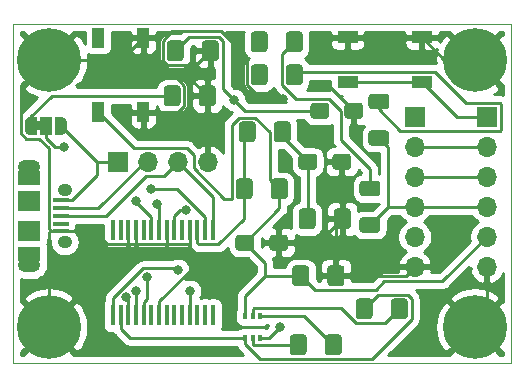
<source format=gbr>
G04 #@! TF.GenerationSoftware,KiCad,Pcbnew,5.1.9+dfsg1-1*
G04 #@! TF.CreationDate,2021-07-15T21:40:15-06:00*
G04 #@! TF.ProjectId,ESP_Programmer,4553505f-5072-46f6-9772-616d6d65722e,rev?*
G04 #@! TF.SameCoordinates,Original*
G04 #@! TF.FileFunction,Copper,L1,Top*
G04 #@! TF.FilePolarity,Positive*
%FSLAX46Y46*%
G04 Gerber Fmt 4.6, Leading zero omitted, Abs format (unit mm)*
G04 Created by KiCad (PCBNEW 5.1.9+dfsg1-1) date 2021-07-15 21:40:15*
%MOMM*%
%LPD*%
G01*
G04 APERTURE LIST*
G04 #@! TA.AperFunction,Profile*
%ADD10C,0.050000*%
G04 #@! TD*
G04 #@! TA.AperFunction,EtchedComponent*
%ADD11C,0.200000*%
G04 #@! TD*
G04 #@! TA.AperFunction,SMDPad,CuDef*
%ADD12R,0.450000X1.750000*%
G04 #@! TD*
G04 #@! TA.AperFunction,SMDPad,CuDef*
%ADD13R,1.000001X1.699999*%
G04 #@! TD*
G04 #@! TA.AperFunction,SMDPad,CuDef*
%ADD14R,1.699999X1.000001*%
G04 #@! TD*
G04 #@! TA.AperFunction,SMDPad,CuDef*
%ADD15R,0.420000X0.600000*%
G04 #@! TD*
G04 #@! TA.AperFunction,SMDPad,CuDef*
%ADD16C,0.350000*%
G04 #@! TD*
G04 #@! TA.AperFunction,SMDPad,CuDef*
%ADD17R,1.000000X1.500000*%
G04 #@! TD*
G04 #@! TA.AperFunction,ComponentPad*
%ADD18O,1.700000X1.700000*%
G04 #@! TD*
G04 #@! TA.AperFunction,ComponentPad*
%ADD19R,1.700000X1.700000*%
G04 #@! TD*
G04 #@! TA.AperFunction,ComponentPad*
%ADD20O,1.250000X1.050000*%
G04 #@! TD*
G04 #@! TA.AperFunction,SMDPad,CuDef*
%ADD21R,0.100000X0.500000*%
G04 #@! TD*
G04 #@! TA.AperFunction,ComponentPad*
%ADD22O,1.900000X1.200000*%
G04 #@! TD*
G04 #@! TA.AperFunction,SMDPad,CuDef*
%ADD23R,1.900000X1.260000*%
G04 #@! TD*
G04 #@! TA.AperFunction,SMDPad,CuDef*
%ADD24R,1.900000X1.800000*%
G04 #@! TD*
G04 #@! TA.AperFunction,SMDPad,CuDef*
%ADD25R,1.350000X0.400000*%
G04 #@! TD*
G04 #@! TA.AperFunction,ComponentPad*
%ADD26C,5.400000*%
G04 #@! TD*
G04 #@! TA.AperFunction,ViaPad*
%ADD27C,0.800000*%
G04 #@! TD*
G04 #@! TA.AperFunction,Conductor*
%ADD28C,0.250000*%
G04 #@! TD*
G04 #@! TA.AperFunction,Conductor*
%ADD29C,0.254000*%
G04 #@! TD*
G04 #@! TA.AperFunction,Conductor*
%ADD30C,0.350000*%
G04 #@! TD*
G04 APERTURE END LIST*
D10*
X184658000Y-116840000D02*
X195580000Y-116840000D01*
X184658000Y-88138000D02*
X184658000Y-116840000D01*
X184912000Y-88138000D02*
X184658000Y-88138000D01*
X226822000Y-88138000D02*
X184912000Y-88138000D01*
X226822000Y-116840000D02*
X226822000Y-88138000D01*
X226568000Y-116840000D02*
X226822000Y-116840000D01*
X195580000Y-116840000D02*
X226568000Y-116840000D01*
D11*
G04 #@! TO.C,JP1*
G36*
X186552000Y-96474000D02*
G01*
X187052000Y-96474000D01*
X187052000Y-97074000D01*
X186552000Y-97074000D01*
X186552000Y-96474000D01*
G37*
X186552000Y-96474000D02*
X187052000Y-96474000D01*
X187052000Y-97074000D01*
X186552000Y-97074000D01*
X186552000Y-96474000D01*
G04 #@! TD*
G04 #@! TO.P,R6,1*
G04 #@! TO.N,PWR_IO*
G04 #@! TA.AperFunction,SMDPad,CuDef*
G36*
G01*
X215509000Y-105832000D02*
X214259000Y-105832000D01*
G75*
G02*
X214009000Y-105582000I0J250000D01*
G01*
X214009000Y-104782000D01*
G75*
G02*
X214259000Y-104532000I250000J0D01*
G01*
X215509000Y-104532000D01*
G75*
G02*
X215759000Y-104782000I0J-250000D01*
G01*
X215759000Y-105582000D01*
G75*
G02*
X215509000Y-105832000I-250000J0D01*
G01*
G37*
G04 #@! TD.AperFunction*
G04 #@! TO.P,R6,2*
G04 #@! TO.N,Net-(D2-Pad2)*
G04 #@! TA.AperFunction,SMDPad,CuDef*
G36*
G01*
X215509000Y-102732000D02*
X214259000Y-102732000D01*
G75*
G02*
X214009000Y-102482000I0J250000D01*
G01*
X214009000Y-101682000D01*
G75*
G02*
X214259000Y-101432000I250000J0D01*
G01*
X215509000Y-101432000D01*
G75*
G02*
X215759000Y-101682000I0J-250000D01*
G01*
X215759000Y-102482000D01*
G75*
G02*
X215509000Y-102732000I-250000J0D01*
G01*
G37*
G04 #@! TD.AperFunction*
G04 #@! TD*
G04 #@! TO.P,R5,1*
G04 #@! TO.N,PWR_IO*
G04 #@! TA.AperFunction,SMDPad,CuDef*
G36*
G01*
X216271000Y-98466000D02*
X215021000Y-98466000D01*
G75*
G02*
X214771000Y-98216000I0J250000D01*
G01*
X214771000Y-97416000D01*
G75*
G02*
X215021000Y-97166000I250000J0D01*
G01*
X216271000Y-97166000D01*
G75*
G02*
X216521000Y-97416000I0J-250000D01*
G01*
X216521000Y-98216000D01*
G75*
G02*
X216271000Y-98466000I-250000J0D01*
G01*
G37*
G04 #@! TD.AperFunction*
G04 #@! TO.P,R5,2*
G04 #@! TO.N,Net-(D1-Pad2)*
G04 #@! TA.AperFunction,SMDPad,CuDef*
G36*
G01*
X216271000Y-95366000D02*
X215021000Y-95366000D01*
G75*
G02*
X214771000Y-95116000I0J250000D01*
G01*
X214771000Y-94316000D01*
G75*
G02*
X215021000Y-94066000I250000J0D01*
G01*
X216271000Y-94066000D01*
G75*
G02*
X216521000Y-94316000I0J-250000D01*
G01*
X216521000Y-95116000D01*
G75*
G02*
X216271000Y-95366000I-250000J0D01*
G01*
G37*
G04 #@! TD.AperFunction*
G04 #@! TD*
G04 #@! TO.P,D2,1*
G04 #@! TO.N,TXLED*
G04 #@! TA.AperFunction,SMDPad,CuDef*
G36*
G01*
X204810000Y-90287000D02*
X204810000Y-89037000D01*
G75*
G02*
X205060000Y-88787000I250000J0D01*
G01*
X205985000Y-88787000D01*
G75*
G02*
X206235000Y-89037000I0J-250000D01*
G01*
X206235000Y-90287000D01*
G75*
G02*
X205985000Y-90537000I-250000J0D01*
G01*
X205060000Y-90537000D01*
G75*
G02*
X204810000Y-90287000I0J250000D01*
G01*
G37*
G04 #@! TD.AperFunction*
G04 #@! TO.P,D2,2*
G04 #@! TO.N,Net-(D2-Pad2)*
G04 #@! TA.AperFunction,SMDPad,CuDef*
G36*
G01*
X207785000Y-90287000D02*
X207785000Y-89037000D01*
G75*
G02*
X208035000Y-88787000I250000J0D01*
G01*
X208960000Y-88787000D01*
G75*
G02*
X209210000Y-89037000I0J-250000D01*
G01*
X209210000Y-90287000D01*
G75*
G02*
X208960000Y-90537000I-250000J0D01*
G01*
X208035000Y-90537000D01*
G75*
G02*
X207785000Y-90287000I0J250000D01*
G01*
G37*
G04 #@! TD.AperFunction*
G04 #@! TD*
G04 #@! TO.P,D1,1*
G04 #@! TO.N,RXLED*
G04 #@! TA.AperFunction,SMDPad,CuDef*
G36*
G01*
X204810000Y-93081000D02*
X204810000Y-91831000D01*
G75*
G02*
X205060000Y-91581000I250000J0D01*
G01*
X205985000Y-91581000D01*
G75*
G02*
X206235000Y-91831000I0J-250000D01*
G01*
X206235000Y-93081000D01*
G75*
G02*
X205985000Y-93331000I-250000J0D01*
G01*
X205060000Y-93331000D01*
G75*
G02*
X204810000Y-93081000I0J250000D01*
G01*
G37*
G04 #@! TD.AperFunction*
G04 #@! TO.P,D1,2*
G04 #@! TO.N,Net-(D1-Pad2)*
G04 #@! TA.AperFunction,SMDPad,CuDef*
G36*
G01*
X207785000Y-93081000D02*
X207785000Y-91831000D01*
G75*
G02*
X208035000Y-91581000I250000J0D01*
G01*
X208960000Y-91581000D01*
G75*
G02*
X209210000Y-91831000I0J-250000D01*
G01*
X209210000Y-93081000D01*
G75*
G02*
X208960000Y-93331000I-250000J0D01*
G01*
X208035000Y-93331000D01*
G75*
G02*
X207785000Y-93081000I0J250000D01*
G01*
G37*
G04 #@! TD.AperFunction*
G04 #@! TD*
D12*
G04 #@! TO.P,U1,28*
G04 #@! TO.N,Net-(U1-Pad28)*
X193133000Y-105620000D03*
G04 #@! TO.P,U1,27*
G04 #@! TO.N,Net-(U1-Pad27)*
X193783000Y-105620000D03*
G04 #@! TO.P,U1,26*
G04 #@! TO.N,GND*
X194433000Y-105620000D03*
G04 #@! TO.P,U1,25*
X195083000Y-105620000D03*
G04 #@! TO.P,U1,24*
G04 #@! TO.N,Net-(U1-Pad24)*
X195733000Y-105620000D03*
G04 #@! TO.P,U1,23*
G04 #@! TO.N,TXLED*
X196383000Y-105620000D03*
G04 #@! TO.P,U1,22*
G04 #@! TO.N,RXLED*
X197033000Y-105620000D03*
G04 #@! TO.P,U1,21*
G04 #@! TO.N,GND*
X197683000Y-105620000D03*
G04 #@! TO.P,U1,20*
G04 #@! TO.N,+5V*
X198333000Y-105620000D03*
G04 #@! TO.P,U1,19*
G04 #@! TO.N,Net-(U1-Pad19)*
X198983000Y-105620000D03*
G04 #@! TO.P,U1,18*
G04 #@! TO.N,GND*
X199633000Y-105620000D03*
G04 #@! TO.P,U1,17*
G04 #@! TO.N,+3V3*
X200283000Y-105620000D03*
G04 #@! TO.P,U1,16*
G04 #@! TO.N,D-*
X200933000Y-105620000D03*
G04 #@! TO.P,U1,15*
G04 #@! TO.N,D+*
X201583000Y-105620000D03*
G04 #@! TO.P,U1,14*
G04 #@! TO.N,Net-(U1-Pad14)*
X201583000Y-112820000D03*
G04 #@! TO.P,U1,13*
G04 #@! TO.N,Net-(U1-Pad13)*
X200933000Y-112820000D03*
G04 #@! TO.P,U1,12*
G04 #@! TO.N,Net-(U1-Pad12)*
X200283000Y-112820000D03*
G04 #@! TO.P,U1,11*
G04 #@! TO.N,CTS*
X199633000Y-112820000D03*
G04 #@! TO.P,U1,10*
G04 #@! TO.N,Net-(U1-Pad10)*
X198983000Y-112820000D03*
G04 #@! TO.P,U1,9*
G04 #@! TO.N,Net-(U1-Pad9)*
X198333000Y-112820000D03*
G04 #@! TO.P,U1,8*
G04 #@! TO.N,Net-(U1-Pad8)*
X197683000Y-112820000D03*
G04 #@! TO.P,U1,7*
G04 #@! TO.N,GND*
X197033000Y-112820000D03*
G04 #@! TO.P,U1,6*
G04 #@! TO.N,Net-(U1-Pad6)*
X196383000Y-112820000D03*
G04 #@! TO.P,U1,5*
G04 #@! TO.N,RXI*
X195733000Y-112820000D03*
G04 #@! TO.P,U1,4*
G04 #@! TO.N,PWR_IO*
X195083000Y-112820000D03*
G04 #@! TO.P,U1,3*
G04 #@! TO.N,RTS*
X194433000Y-112820000D03*
G04 #@! TO.P,U1,2*
G04 #@! TO.N,DTR*
X193783000Y-112820000D03*
G04 #@! TO.P,U1,1*
G04 #@! TO.N,TXO*
X193133000Y-112820000D03*
G04 #@! TD*
D13*
G04 #@! TO.P,SW2,4*
G04 #@! TO.N,GND*
X195702001Y-95605996D03*
G04 #@! TO.P,SW2,3*
X195702001Y-89305999D03*
G04 #@! TO.P,SW2,2*
G04 #@! TO.N,GPIO0*
X191902004Y-95605996D03*
G04 #@! TO.P,SW2,1*
X191902004Y-89305999D03*
G04 #@! TD*
D14*
G04 #@! TO.P,SW1,4*
G04 #@! TO.N,GND*
X219303996Y-89285999D03*
G04 #@! TO.P,SW1,3*
X213003999Y-89285999D03*
G04 #@! TO.P,SW1,2*
G04 #@! TO.N,RST*
X219303996Y-93085996D03*
G04 #@! TO.P,SW1,1*
X213003999Y-93085996D03*
G04 #@! TD*
G04 #@! TO.P,R4,2*
G04 #@! TO.N,GPIO0*
G04 #@! TA.AperFunction,SMDPad,CuDef*
G36*
G01*
X206515000Y-102733000D02*
X206515000Y-101483000D01*
G75*
G02*
X206765000Y-101233000I250000J0D01*
G01*
X207690000Y-101233000D01*
G75*
G02*
X207940000Y-101483000I0J-250000D01*
G01*
X207940000Y-102733000D01*
G75*
G02*
X207690000Y-102983000I-250000J0D01*
G01*
X206765000Y-102983000D01*
G75*
G02*
X206515000Y-102733000I0J250000D01*
G01*
G37*
G04 #@! TD.AperFunction*
G04 #@! TO.P,R4,1*
G04 #@! TO.N,+3V3*
G04 #@! TA.AperFunction,SMDPad,CuDef*
G36*
G01*
X203540000Y-102733000D02*
X203540000Y-101483000D01*
G75*
G02*
X203790000Y-101233000I250000J0D01*
G01*
X204715000Y-101233000D01*
G75*
G02*
X204965000Y-101483000I0J-250000D01*
G01*
X204965000Y-102733000D01*
G75*
G02*
X204715000Y-102983000I-250000J0D01*
G01*
X203790000Y-102983000D01*
G75*
G02*
X203540000Y-102733000I0J250000D01*
G01*
G37*
G04 #@! TD.AperFunction*
G04 #@! TD*
G04 #@! TO.P,R3,2*
G04 #@! TO.N,RST*
G04 #@! TA.AperFunction,SMDPad,CuDef*
G36*
G01*
X206769000Y-97907000D02*
X206769000Y-96657000D01*
G75*
G02*
X207019000Y-96407000I250000J0D01*
G01*
X207944000Y-96407000D01*
G75*
G02*
X208194000Y-96657000I0J-250000D01*
G01*
X208194000Y-97907000D01*
G75*
G02*
X207944000Y-98157000I-250000J0D01*
G01*
X207019000Y-98157000D01*
G75*
G02*
X206769000Y-97907000I0J250000D01*
G01*
G37*
G04 #@! TD.AperFunction*
G04 #@! TO.P,R3,1*
G04 #@! TO.N,+3V3*
G04 #@! TA.AperFunction,SMDPad,CuDef*
G36*
G01*
X203794000Y-97907000D02*
X203794000Y-96657000D01*
G75*
G02*
X204044000Y-96407000I250000J0D01*
G01*
X204969000Y-96407000D01*
G75*
G02*
X205219000Y-96657000I0J-250000D01*
G01*
X205219000Y-97907000D01*
G75*
G02*
X204969000Y-98157000I-250000J0D01*
G01*
X204044000Y-98157000D01*
G75*
G02*
X203794000Y-97907000I0J250000D01*
G01*
G37*
G04 #@! TD.AperFunction*
G04 #@! TD*
G04 #@! TO.P,R2,2*
G04 #@! TO.N,DTR*
G04 #@! TA.AperFunction,SMDPad,CuDef*
G36*
G01*
X215125000Y-111643000D02*
X215125000Y-112893000D01*
G75*
G02*
X214875000Y-113143000I-250000J0D01*
G01*
X213950000Y-113143000D01*
G75*
G02*
X213700000Y-112893000I0J250000D01*
G01*
X213700000Y-111643000D01*
G75*
G02*
X213950000Y-111393000I250000J0D01*
G01*
X214875000Y-111393000D01*
G75*
G02*
X215125000Y-111643000I0J-250000D01*
G01*
G37*
G04 #@! TD.AperFunction*
G04 #@! TO.P,R2,1*
G04 #@! TO.N,Net-(Q1-Pad5)*
G04 #@! TA.AperFunction,SMDPad,CuDef*
G36*
G01*
X218100000Y-111643000D02*
X218100000Y-112893000D01*
G75*
G02*
X217850000Y-113143000I-250000J0D01*
G01*
X216925000Y-113143000D01*
G75*
G02*
X216675000Y-112893000I0J250000D01*
G01*
X216675000Y-111643000D01*
G75*
G02*
X216925000Y-111393000I250000J0D01*
G01*
X217850000Y-111393000D01*
G75*
G02*
X218100000Y-111643000I0J-250000D01*
G01*
G37*
G04 #@! TD.AperFunction*
G04 #@! TD*
G04 #@! TO.P,R1,2*
G04 #@! TO.N,Net-(Q1-Pad2)*
G04 #@! TA.AperFunction,SMDPad,CuDef*
G36*
G01*
X209537000Y-114691000D02*
X209537000Y-115941000D01*
G75*
G02*
X209287000Y-116191000I-250000J0D01*
G01*
X208362000Y-116191000D01*
G75*
G02*
X208112000Y-115941000I0J250000D01*
G01*
X208112000Y-114691000D01*
G75*
G02*
X208362000Y-114441000I250000J0D01*
G01*
X209287000Y-114441000D01*
G75*
G02*
X209537000Y-114691000I0J-250000D01*
G01*
G37*
G04 #@! TD.AperFunction*
G04 #@! TO.P,R1,1*
G04 #@! TO.N,RTS*
G04 #@! TA.AperFunction,SMDPad,CuDef*
G36*
G01*
X212512000Y-114691000D02*
X212512000Y-115941000D01*
G75*
G02*
X212262000Y-116191000I-250000J0D01*
G01*
X211337000Y-116191000D01*
G75*
G02*
X211087000Y-115941000I0J250000D01*
G01*
X211087000Y-114691000D01*
G75*
G02*
X211337000Y-114441000I250000J0D01*
G01*
X212262000Y-114441000D01*
G75*
G02*
X212512000Y-114691000I0J-250000D01*
G01*
G37*
G04 #@! TD.AperFunction*
G04 #@! TD*
D15*
G04 #@! TO.P,Q1,3*
G04 #@! TO.N,RST*
X205628000Y-114742000D03*
G04 #@! TO.P,Q1,2*
G04 #@! TO.N,Net-(Q1-Pad2)*
X204978000Y-114742000D03*
G04 #@! TO.P,Q1,1*
G04 #@! TO.N,DTR*
X204328000Y-114742000D03*
G04 #@! TO.P,Q1,4*
G04 #@! TO.N,RTS*
X205628000Y-112842000D03*
G04 #@! TO.P,Q1,5*
G04 #@! TO.N,Net-(Q1-Pad5)*
X204978000Y-112842000D03*
G04 #@! TO.P,Q1,6*
G04 #@! TO.N,GPIO0*
X204328000Y-112842000D03*
G04 #@! TD*
G04 #@! TA.AperFunction,SMDPad,CuDef*
D16*
G04 #@! TO.P,JP1,1*
G04 #@! TO.N,+3V3*
G36*
X186702000Y-97524000D02*
G01*
X186152000Y-97524000D01*
X186152000Y-97523398D01*
X186127466Y-97523398D01*
X186078635Y-97518588D01*
X186030510Y-97509016D01*
X185983555Y-97494772D01*
X185938222Y-97475995D01*
X185894949Y-97452864D01*
X185854150Y-97425604D01*
X185816221Y-97394476D01*
X185781524Y-97359779D01*
X185750396Y-97321850D01*
X185723136Y-97281051D01*
X185700005Y-97237778D01*
X185681228Y-97192445D01*
X185666984Y-97145490D01*
X185657412Y-97097365D01*
X185652602Y-97048534D01*
X185652602Y-97024000D01*
X185652000Y-97024000D01*
X185652000Y-96524000D01*
X185652602Y-96524000D01*
X185652602Y-96499466D01*
X185657412Y-96450635D01*
X185666984Y-96402510D01*
X185681228Y-96355555D01*
X185700005Y-96310222D01*
X185723136Y-96266949D01*
X185750396Y-96226150D01*
X185781524Y-96188221D01*
X185816221Y-96153524D01*
X185854150Y-96122396D01*
X185894949Y-96095136D01*
X185938222Y-96072005D01*
X185983555Y-96053228D01*
X186030510Y-96038984D01*
X186078635Y-96029412D01*
X186127466Y-96024602D01*
X186152000Y-96024602D01*
X186152000Y-96024000D01*
X186702000Y-96024000D01*
X186702000Y-97524000D01*
G37*
G04 #@! TD.AperFunction*
D17*
G04 #@! TO.P,JP1,2*
G04 #@! TO.N,PWR_IO*
X187452000Y-96774000D03*
G04 #@! TA.AperFunction,SMDPad,CuDef*
D16*
G04 #@! TO.P,JP1,3*
G04 #@! TO.N,+5V*
G36*
X188752000Y-96024602D02*
G01*
X188776534Y-96024602D01*
X188825365Y-96029412D01*
X188873490Y-96038984D01*
X188920445Y-96053228D01*
X188965778Y-96072005D01*
X189009051Y-96095136D01*
X189049850Y-96122396D01*
X189087779Y-96153524D01*
X189122476Y-96188221D01*
X189153604Y-96226150D01*
X189180864Y-96266949D01*
X189203995Y-96310222D01*
X189222772Y-96355555D01*
X189237016Y-96402510D01*
X189246588Y-96450635D01*
X189251398Y-96499466D01*
X189251398Y-96524000D01*
X189252000Y-96524000D01*
X189252000Y-97024000D01*
X189251398Y-97024000D01*
X189251398Y-97048534D01*
X189246588Y-97097365D01*
X189237016Y-97145490D01*
X189222772Y-97192445D01*
X189203995Y-97237778D01*
X189180864Y-97281051D01*
X189153604Y-97321850D01*
X189122476Y-97359779D01*
X189087779Y-97394476D01*
X189049850Y-97425604D01*
X189009051Y-97452864D01*
X188965778Y-97475995D01*
X188920445Y-97494772D01*
X188873490Y-97509016D01*
X188825365Y-97518588D01*
X188776534Y-97523398D01*
X188752000Y-97523398D01*
X188752000Y-97524000D01*
X188202000Y-97524000D01*
X188202000Y-96024000D01*
X188752000Y-96024000D01*
X188752000Y-96024602D01*
G37*
G04 #@! TD.AperFunction*
G04 #@! TD*
D18*
G04 #@! TO.P,J4,6*
G04 #@! TO.N,GND*
X224790000Y-108712000D03*
G04 #@! TO.P,J4,5*
G04 #@! TO.N,GPIO0*
X224790000Y-106172000D03*
G04 #@! TO.P,J4,4*
G04 #@! TO.N,PWR_IO*
X224790000Y-103632000D03*
G04 #@! TO.P,J4,3*
G04 #@! TO.N,TXO*
X224790000Y-101092000D03*
G04 #@! TO.P,J4,2*
G04 #@! TO.N,RXI*
X224790000Y-98552000D03*
D19*
G04 #@! TO.P,J4,1*
G04 #@! TO.N,RST*
X224790000Y-96012000D03*
G04 #@! TD*
D18*
G04 #@! TO.P,J3,6*
G04 #@! TO.N,GND*
X218694000Y-108712000D03*
G04 #@! TO.P,J3,5*
G04 #@! TO.N,CTS*
X218694000Y-106172000D03*
G04 #@! TO.P,J3,4*
G04 #@! TO.N,PWR_IO*
X218694000Y-103632000D03*
G04 #@! TO.P,J3,3*
G04 #@! TO.N,TXO*
X218694000Y-101092000D03*
G04 #@! TO.P,J3,2*
G04 #@! TO.N,RXI*
X218694000Y-98552000D03*
D19*
G04 #@! TO.P,J3,1*
G04 #@! TO.N,DTR*
X218694000Y-96012000D03*
G04 #@! TD*
D18*
G04 #@! TO.P,J2,4*
G04 #@! TO.N,GND*
X201168000Y-99822000D03*
G04 #@! TO.P,J2,3*
G04 #@! TO.N,D+*
X198628000Y-99822000D03*
G04 #@! TO.P,J2,2*
G04 #@! TO.N,D-*
X196088000Y-99822000D03*
D19*
G04 #@! TO.P,J2,1*
G04 #@! TO.N,+5V*
X193548000Y-99822000D03*
G04 #@! TD*
D20*
G04 #@! TO.P,J1,SH*
G04 #@! TO.N,N/C*
X189047000Y-102169000D03*
D21*
X185147000Y-100504000D03*
X186947000Y-100504000D03*
D22*
X186047000Y-100219000D03*
D23*
X186047000Y-101154000D03*
D21*
X185147000Y-108294000D03*
D24*
X186047000Y-105669000D03*
D25*
G04 #@! TO.P,J1,1*
G04 #@! TO.N,+5V*
X188722000Y-103094000D03*
G04 #@! TO.P,J1,2*
G04 #@! TO.N,D-*
X188722000Y-103744000D03*
G04 #@! TO.P,J1,3*
G04 #@! TO.N,D+*
X188722000Y-104394000D03*
G04 #@! TO.P,J1,4*
G04 #@! TO.N,Net-(J1-Pad4)*
X188722000Y-105044000D03*
G04 #@! TO.P,J1,5*
G04 #@! TO.N,GND*
X188722000Y-105694000D03*
D24*
G04 #@! TO.P,J1,SH*
G04 #@! TO.N,N/C*
X186047000Y-103119000D03*
D22*
X186047000Y-108569000D03*
D23*
X186047000Y-107634000D03*
D21*
X186947000Y-108284000D03*
D20*
X189047000Y-106619000D03*
G04 #@! TD*
D26*
G04 #@! TO.P,H4,1*
G04 #@! TO.N,GND*
X187706000Y-113792000D03*
G04 #@! TD*
G04 #@! TO.P,H3,1*
G04 #@! TO.N,GND*
X223774000Y-113792000D03*
G04 #@! TD*
G04 #@! TO.P,H2,1*
G04 #@! TO.N,GND*
X187706000Y-91186000D03*
G04 #@! TD*
G04 #@! TO.P,H1,1*
G04 #@! TO.N,GND*
X223774000Y-91186000D03*
G04 #@! TD*
G04 #@! TO.P,C7,2*
G04 #@! TO.N,GND*
G04 #@! TA.AperFunction,SMDPad,CuDef*
G36*
G01*
X211304500Y-110099000D02*
X211304500Y-108849000D01*
G75*
G02*
X211554500Y-108599000I250000J0D01*
G01*
X212479500Y-108599000D01*
G75*
G02*
X212729500Y-108849000I0J-250000D01*
G01*
X212729500Y-110099000D01*
G75*
G02*
X212479500Y-110349000I-250000J0D01*
G01*
X211554500Y-110349000D01*
G75*
G02*
X211304500Y-110099000I0J250000D01*
G01*
G37*
G04 #@! TD.AperFunction*
G04 #@! TO.P,C7,1*
G04 #@! TO.N,GPIO0*
G04 #@! TA.AperFunction,SMDPad,CuDef*
G36*
G01*
X208329500Y-110099000D02*
X208329500Y-108849000D01*
G75*
G02*
X208579500Y-108599000I250000J0D01*
G01*
X209504500Y-108599000D01*
G75*
G02*
X209754500Y-108849000I0J-250000D01*
G01*
X209754500Y-110099000D01*
G75*
G02*
X209504500Y-110349000I-250000J0D01*
G01*
X208579500Y-110349000D01*
G75*
G02*
X208329500Y-110099000I0J250000D01*
G01*
G37*
G04 #@! TD.AperFunction*
G04 #@! TD*
G04 #@! TO.P,C6,2*
G04 #@! TO.N,GND*
G04 #@! TA.AperFunction,SMDPad,CuDef*
G36*
G01*
X206390000Y-107105001D02*
X206390000Y-106254999D01*
G75*
G02*
X206639999Y-106005000I249999J0D01*
G01*
X207715001Y-106005000D01*
G75*
G02*
X207965000Y-106254999I0J-249999D01*
G01*
X207965000Y-107105001D01*
G75*
G02*
X207715001Y-107355000I-249999J0D01*
G01*
X206639999Y-107355000D01*
G75*
G02*
X206390000Y-107105001I0J249999D01*
G01*
G37*
G04 #@! TD.AperFunction*
G04 #@! TO.P,C6,1*
G04 #@! TO.N,GPIO0*
G04 #@! TA.AperFunction,SMDPad,CuDef*
G36*
G01*
X203515000Y-107105001D02*
X203515000Y-106254999D01*
G75*
G02*
X203764999Y-106005000I249999J0D01*
G01*
X204840001Y-106005000D01*
G75*
G02*
X205090000Y-106254999I0J-249999D01*
G01*
X205090000Y-107105001D01*
G75*
G02*
X204840001Y-107355000I-249999J0D01*
G01*
X203764999Y-107355000D01*
G75*
G02*
X203515000Y-107105001I0J249999D01*
G01*
G37*
G04 #@! TD.AperFunction*
G04 #@! TD*
G04 #@! TO.P,C5,2*
G04 #@! TO.N,GND*
G04 #@! TA.AperFunction,SMDPad,CuDef*
G36*
G01*
X211849000Y-105273000D02*
X211849000Y-104023000D01*
G75*
G02*
X212099000Y-103773000I250000J0D01*
G01*
X213024000Y-103773000D01*
G75*
G02*
X213274000Y-104023000I0J-250000D01*
G01*
X213274000Y-105273000D01*
G75*
G02*
X213024000Y-105523000I-250000J0D01*
G01*
X212099000Y-105523000D01*
G75*
G02*
X211849000Y-105273000I0J250000D01*
G01*
G37*
G04 #@! TD.AperFunction*
G04 #@! TO.P,C5,1*
G04 #@! TO.N,RST*
G04 #@! TA.AperFunction,SMDPad,CuDef*
G36*
G01*
X208874000Y-105273000D02*
X208874000Y-104023000D01*
G75*
G02*
X209124000Y-103773000I250000J0D01*
G01*
X210049000Y-103773000D01*
G75*
G02*
X210299000Y-104023000I0J-250000D01*
G01*
X210299000Y-105273000D01*
G75*
G02*
X210049000Y-105523000I-250000J0D01*
G01*
X209124000Y-105523000D01*
G75*
G02*
X208874000Y-105273000I0J250000D01*
G01*
G37*
G04 #@! TD.AperFunction*
G04 #@! TD*
G04 #@! TO.P,C4,2*
G04 #@! TO.N,GND*
G04 #@! TA.AperFunction,SMDPad,CuDef*
G36*
G01*
X211724000Y-100247001D02*
X211724000Y-99396999D01*
G75*
G02*
X211973999Y-99147000I249999J0D01*
G01*
X213049001Y-99147000D01*
G75*
G02*
X213299000Y-99396999I0J-249999D01*
G01*
X213299000Y-100247001D01*
G75*
G02*
X213049001Y-100497000I-249999J0D01*
G01*
X211973999Y-100497000D01*
G75*
G02*
X211724000Y-100247001I0J249999D01*
G01*
G37*
G04 #@! TD.AperFunction*
G04 #@! TO.P,C4,1*
G04 #@! TO.N,RST*
G04 #@! TA.AperFunction,SMDPad,CuDef*
G36*
G01*
X208849000Y-100247001D02*
X208849000Y-99396999D01*
G75*
G02*
X209098999Y-99147000I249999J0D01*
G01*
X210174001Y-99147000D01*
G75*
G02*
X210424000Y-99396999I0J-249999D01*
G01*
X210424000Y-100247001D01*
G75*
G02*
X210174001Y-100497000I-249999J0D01*
G01*
X209098999Y-100497000D01*
G75*
G02*
X208849000Y-100247001I0J249999D01*
G01*
G37*
G04 #@! TD.AperFunction*
G04 #@! TD*
G04 #@! TO.P,C3,2*
G04 #@! TO.N,GND*
G04 #@! TA.AperFunction,SMDPad,CuDef*
G36*
G01*
X200419000Y-94859000D02*
X200419000Y-93609000D01*
G75*
G02*
X200669000Y-93359000I250000J0D01*
G01*
X201594000Y-93359000D01*
G75*
G02*
X201844000Y-93609000I0J-250000D01*
G01*
X201844000Y-94859000D01*
G75*
G02*
X201594000Y-95109000I-250000J0D01*
G01*
X200669000Y-95109000D01*
G75*
G02*
X200419000Y-94859000I0J250000D01*
G01*
G37*
G04 #@! TD.AperFunction*
G04 #@! TO.P,C3,1*
G04 #@! TO.N,+3V3*
G04 #@! TA.AperFunction,SMDPad,CuDef*
G36*
G01*
X197444000Y-94859000D02*
X197444000Y-93609000D01*
G75*
G02*
X197694000Y-93359000I250000J0D01*
G01*
X198619000Y-93359000D01*
G75*
G02*
X198869000Y-93609000I0J-250000D01*
G01*
X198869000Y-94859000D01*
G75*
G02*
X198619000Y-95109000I-250000J0D01*
G01*
X197694000Y-95109000D01*
G75*
G02*
X197444000Y-94859000I0J250000D01*
G01*
G37*
G04 #@! TD.AperFunction*
G04 #@! TD*
G04 #@! TO.P,C2,1*
G04 #@! TO.N,GND*
G04 #@! TA.AperFunction,SMDPad,CuDef*
G36*
G01*
X202098000Y-89799000D02*
X202098000Y-91049000D01*
G75*
G02*
X201848000Y-91299000I-250000J0D01*
G01*
X200923000Y-91299000D01*
G75*
G02*
X200673000Y-91049000I0J250000D01*
G01*
X200673000Y-89799000D01*
G75*
G02*
X200923000Y-89549000I250000J0D01*
G01*
X201848000Y-89549000D01*
G75*
G02*
X202098000Y-89799000I0J-250000D01*
G01*
G37*
G04 #@! TD.AperFunction*
G04 #@! TO.P,C2,2*
G04 #@! TO.N,+5V*
G04 #@! TA.AperFunction,SMDPad,CuDef*
G36*
G01*
X199123000Y-89799000D02*
X199123000Y-91049000D01*
G75*
G02*
X198873000Y-91299000I-250000J0D01*
G01*
X197948000Y-91299000D01*
G75*
G02*
X197698000Y-91049000I0J250000D01*
G01*
X197698000Y-89799000D01*
G75*
G02*
X197948000Y-89549000I250000J0D01*
G01*
X198873000Y-89549000D01*
G75*
G02*
X199123000Y-89799000I0J-250000D01*
G01*
G37*
G04 #@! TD.AperFunction*
G04 #@! TD*
G04 #@! TO.P,C1,2*
G04 #@! TO.N,GND*
G04 #@! TA.AperFunction,SMDPad,CuDef*
G36*
G01*
X212740000Y-95929001D02*
X212740000Y-95078999D01*
G75*
G02*
X212989999Y-94829000I249999J0D01*
G01*
X214065001Y-94829000D01*
G75*
G02*
X214315000Y-95078999I0J-249999D01*
G01*
X214315000Y-95929001D01*
G75*
G02*
X214065001Y-96179000I-249999J0D01*
G01*
X212989999Y-96179000D01*
G75*
G02*
X212740000Y-95929001I0J249999D01*
G01*
G37*
G04 #@! TD.AperFunction*
G04 #@! TO.P,C1,1*
G04 #@! TO.N,+5V*
G04 #@! TA.AperFunction,SMDPad,CuDef*
G36*
G01*
X209865000Y-95929001D02*
X209865000Y-95078999D01*
G75*
G02*
X210114999Y-94829000I249999J0D01*
G01*
X211190001Y-94829000D01*
G75*
G02*
X211440000Y-95078999I0J-249999D01*
G01*
X211440000Y-95929001D01*
G75*
G02*
X211190001Y-96179000I-249999J0D01*
G01*
X210114999Y-96179000D01*
G75*
G02*
X209865000Y-95929001I0J249999D01*
G01*
G37*
G04 #@! TD.AperFunction*
G04 #@! TD*
D27*
G04 #@! TO.N,GND*
X207518000Y-94488000D03*
X210820000Y-93472000D03*
X213003999Y-89285999D03*
X209804000Y-97790000D03*
G04 #@! TO.N,+5V*
X199344347Y-103931653D03*
X203370095Y-94571905D03*
G04 #@! TO.N,+3V3*
X198156500Y-94234000D03*
X204506500Y-97282000D03*
G04 #@! TO.N,RST*
X207264000Y-113792000D03*
X209586500Y-104648000D03*
X212852000Y-92964000D03*
X207481500Y-97282000D03*
G04 #@! TO.N,GPIO0*
X191770000Y-89408000D03*
X191902004Y-95605996D03*
G04 #@! TO.N,RXLED*
X205232000Y-92456000D03*
X196850000Y-103378000D03*
G04 #@! TO.N,TXLED*
X195072000Y-103124000D03*
X205268500Y-89662000D03*
G04 #@! TO.N,D-*
X196342000Y-102108000D03*
G04 #@! TO.N,CTS*
X199644000Y-110744000D03*
G04 #@! TO.N,PWR_IO*
X188976000Y-98552000D03*
X195072000Y-110744000D03*
G04 #@! TO.N,TXO*
X198628000Y-108966000D03*
G04 #@! TO.N,RXI*
X195994154Y-109567846D03*
G04 #@! TO.N,DTR*
X214412500Y-112268000D03*
G04 #@! TO.N,RTS*
X194239949Y-111298701D03*
X211799500Y-115316000D03*
G04 #@! TD*
D28*
G04 #@! TO.N,GND*
X193822000Y-91186000D02*
X195702001Y-89305999D01*
X187706000Y-91186000D02*
X193822000Y-91186000D01*
X198685194Y-95605996D02*
X195702001Y-95605996D01*
X199194010Y-95097180D02*
X198685194Y-95605996D01*
X199194010Y-93370820D02*
X199194010Y-95097180D01*
X193822000Y-91186000D02*
X197009190Y-91186000D01*
X198326595Y-92503405D02*
X199306095Y-92503405D01*
X199306095Y-92503405D02*
X201385500Y-90424000D01*
X197009190Y-91186000D02*
X198326595Y-92503405D01*
X198326595Y-92503405D02*
X199194010Y-93370820D01*
X199400905Y-92503405D02*
X201131500Y-94234000D01*
X199306095Y-92503405D02*
X199400905Y-92503405D01*
X194433000Y-106655002D02*
X194433000Y-105620000D01*
X194268001Y-106820001D02*
X194433000Y-106655002D01*
X195083000Y-106745000D02*
X195083000Y-105620000D01*
X195007999Y-106820001D02*
X195083000Y-106745000D01*
X194268001Y-106820001D02*
X195007999Y-106820001D01*
X197683000Y-106745000D02*
X197683000Y-105620000D01*
X197607999Y-106820001D02*
X197683000Y-106745000D01*
X195007999Y-106820001D02*
X197607999Y-106820001D01*
X199633000Y-106655002D02*
X199633000Y-105620000D01*
X199468001Y-106820001D02*
X199633000Y-106655002D01*
X197607999Y-106820001D02*
X199468001Y-106820001D01*
X217932000Y-109474000D02*
X218694000Y-108712000D01*
X212017000Y-109474000D02*
X217932000Y-109474000D01*
X224790000Y-113030000D02*
X224282000Y-113538000D01*
X224790000Y-108712000D02*
X224790000Y-113030000D01*
X212017000Y-105192500D02*
X212561500Y-104648000D01*
X212017000Y-109474000D02*
X212017000Y-105192500D01*
X221203997Y-91186000D02*
X219303996Y-89285999D01*
X223774000Y-91186000D02*
X221203997Y-91186000D01*
X219303996Y-89285999D02*
X213003999Y-89285999D01*
X212511500Y-104598000D02*
X212561500Y-104648000D01*
X212511500Y-99822000D02*
X212511500Y-104598000D01*
X201168000Y-98088802D02*
X198685194Y-95605996D01*
X201168000Y-99822000D02*
X201168000Y-98088802D01*
X199633000Y-109034002D02*
X199633000Y-106655002D01*
X197033000Y-111634002D02*
X199633000Y-109034002D01*
X197033000Y-112820000D02*
X197033000Y-111634002D01*
X210529500Y-106680000D02*
X212561500Y-104648000D01*
X207177500Y-106680000D02*
X210529500Y-106680000D01*
X187797000Y-105694000D02*
X188722000Y-105694000D01*
X187706000Y-105785000D02*
X187797000Y-105694000D01*
X187706000Y-113792000D02*
X187706000Y-105785000D01*
X192647999Y-106820001D02*
X194268001Y-106820001D01*
X191521998Y-105694000D02*
X192647999Y-106820001D01*
X188722000Y-105694000D02*
X191521998Y-105694000D01*
X185813663Y-97849001D02*
X185326990Y-97362328D01*
X186890591Y-97849001D02*
X185813663Y-97849001D01*
X187706000Y-98664410D02*
X186890591Y-97849001D01*
X185326990Y-97362328D02*
X185326990Y-93565010D01*
X187706000Y-105488002D02*
X187706000Y-98664410D01*
X187911998Y-105694000D02*
X187706000Y-105488002D01*
X185326990Y-93565010D02*
X187706000Y-91186000D01*
X188722000Y-105694000D02*
X187911998Y-105694000D01*
X204484990Y-93319180D02*
X205653810Y-94488000D01*
X198159830Y-88773980D02*
X202272581Y-88773981D01*
X197372990Y-89560820D02*
X198159830Y-88773980D01*
X197372990Y-91287180D02*
X197372990Y-89560820D01*
X204484990Y-90986390D02*
X204484990Y-93319180D01*
X197709820Y-91624010D02*
X197372990Y-91287180D01*
X202272581Y-88773981D02*
X204484990Y-90986390D01*
X200185490Y-91624010D02*
X197709820Y-91624010D01*
X201385500Y-90424000D02*
X200185490Y-91624010D01*
X205653810Y-94488000D02*
X207518000Y-94488000D01*
X211495500Y-93472000D02*
X212300750Y-94277250D01*
X210820000Y-93472000D02*
X211495500Y-93472000D01*
X212300750Y-94277250D02*
X213527500Y-95504000D01*
X211934498Y-93910998D02*
X212300750Y-94277250D01*
G04 #@! TO.N,+5V*
X191800000Y-99822000D02*
X188752000Y-96774000D01*
X193548000Y-99822000D02*
X191800000Y-99822000D01*
X198333000Y-104377315D02*
X198333000Y-105620000D01*
X198778662Y-103931653D02*
X198333000Y-104377315D01*
X199344347Y-103931653D02*
X198778662Y-103931653D01*
X202086180Y-89223990D02*
X199610510Y-89223990D01*
X202423010Y-89560820D02*
X202086180Y-89223990D01*
X202423010Y-93624820D02*
X202423010Y-89560820D01*
X199610510Y-89223990D02*
X198410500Y-90424000D01*
X210652500Y-95504000D02*
X204302190Y-95504000D01*
X203370095Y-94571905D02*
X202423010Y-93624820D01*
X204302190Y-95504000D02*
X203370095Y-94571905D01*
X191800000Y-100941000D02*
X191800000Y-99822000D01*
X189647000Y-103094000D02*
X191800000Y-100941000D01*
X188722000Y-103094000D02*
X189647000Y-103094000D01*
G04 #@! TO.N,+3V3*
X187944408Y-94234000D02*
X198156500Y-94234000D01*
X186152000Y-96026408D02*
X187944408Y-94234000D01*
X186152000Y-96774000D02*
X186152000Y-96026408D01*
X202068001Y-106820001D02*
X204252500Y-104635502D01*
X200447999Y-106820001D02*
X202068001Y-106820001D01*
X204252500Y-104635502D02*
X204252500Y-102108000D01*
X200283000Y-106655002D02*
X200447999Y-106820001D01*
X200283000Y-105620000D02*
X200283000Y-106655002D01*
X204252500Y-97536000D02*
X204506500Y-97282000D01*
X204252500Y-102108000D02*
X204252500Y-97536000D01*
G04 #@! TO.N,RST*
X206314000Y-114742000D02*
X207264000Y-113792000D01*
X205628000Y-114742000D02*
X206314000Y-114742000D01*
X222230000Y-96012000D02*
X219303996Y-93085996D01*
X224790000Y-96012000D02*
X222230000Y-96012000D01*
X219303996Y-93085996D02*
X213003999Y-93085996D01*
X212973996Y-93085996D02*
X212852000Y-92964000D01*
X213003999Y-93085996D02*
X212973996Y-93085996D01*
X207481500Y-97667000D02*
X209636500Y-99822000D01*
X207481500Y-97282000D02*
X207481500Y-97667000D01*
X209636500Y-104598000D02*
X209586500Y-104648000D01*
X209636500Y-99822000D02*
X209636500Y-104598000D01*
G04 #@! TO.N,GPIO0*
X191872001Y-89305999D02*
X191770000Y-89408000D01*
X191902004Y-89305999D02*
X191872001Y-89305999D01*
X209042000Y-109474000D02*
X205994000Y-109474000D01*
X204328000Y-111140000D02*
X204328000Y-112842000D01*
X205994000Y-109474000D02*
X204328000Y-111140000D01*
X205994000Y-108371500D02*
X204302500Y-106680000D01*
X205994000Y-109474000D02*
X205994000Y-108371500D01*
X206443990Y-101324490D02*
X207227500Y-102108000D01*
X205207180Y-96081990D02*
X206443990Y-97318800D01*
X203805820Y-96081990D02*
X205207180Y-96081990D01*
X206443990Y-97318800D02*
X206443990Y-101324490D01*
X203214990Y-96672820D02*
X203805820Y-96081990D01*
X202578178Y-102971180D02*
X203214990Y-102971180D01*
X199992999Y-100386001D02*
X202578178Y-102971180D01*
X199992999Y-99257999D02*
X199992999Y-100386001D01*
X199381999Y-98646999D02*
X199992999Y-99257999D01*
X194943007Y-98646999D02*
X199381999Y-98646999D01*
X203214990Y-102971180D02*
X203214990Y-96672820D01*
X191902004Y-95605996D02*
X194943007Y-98646999D01*
X207227500Y-103755000D02*
X204302500Y-106680000D01*
X207227500Y-102108000D02*
X207227500Y-103755000D01*
X221037990Y-109924010D02*
X224790000Y-106172000D01*
X215370080Y-110674010D02*
X216120080Y-109924010D01*
X210242010Y-110674010D02*
X215370080Y-110674010D01*
X216120080Y-109924010D02*
X221037990Y-109924010D01*
X209042000Y-109474000D02*
X210242010Y-110674010D01*
G04 #@! TO.N,RXLED*
X205268500Y-92456000D02*
X205232000Y-92456000D01*
X197033000Y-103561000D02*
X197033000Y-105620000D01*
X196850000Y-103378000D02*
X197033000Y-103561000D01*
G04 #@! TO.N,TXLED*
X195072000Y-103184000D02*
X195072000Y-103124000D01*
X196383000Y-104495000D02*
X195072000Y-103184000D01*
X196383000Y-105620000D02*
X196383000Y-104495000D01*
G04 #@! TO.N,D+*
X201583000Y-102777000D02*
X198628000Y-99822000D01*
X201583000Y-105620000D02*
X201583000Y-102777000D01*
X195928999Y-100997001D02*
X197452999Y-100997001D01*
X192532000Y-104394000D02*
X195928999Y-100997001D01*
X197452999Y-100997001D02*
X198628000Y-99822000D01*
X188722000Y-104394000D02*
X192532000Y-104394000D01*
G04 #@! TO.N,D-*
X198546000Y-102108000D02*
X196342000Y-102108000D01*
X200933000Y-104495000D02*
X198546000Y-102108000D01*
X200933000Y-105620000D02*
X200933000Y-104495000D01*
X195833002Y-99822000D02*
X196088000Y-99822000D01*
X191911002Y-103744000D02*
X195833002Y-99822000D01*
X188722000Y-103744000D02*
X191911002Y-103744000D01*
G04 #@! TO.N,CTS*
X199633000Y-110755000D02*
X199644000Y-110744000D01*
X199633000Y-112820000D02*
X199633000Y-110755000D01*
G04 #@! TO.N,PWR_IO*
X188230000Y-98552000D02*
X188976000Y-98552000D01*
X187452000Y-97774000D02*
X188230000Y-98552000D01*
X187452000Y-96774000D02*
X187452000Y-97774000D01*
X195072000Y-112809000D02*
X195083000Y-112820000D01*
X195072000Y-110744000D02*
X195072000Y-112809000D01*
X218694000Y-103632000D02*
X224790000Y-103632000D01*
X216434000Y-103632000D02*
X214884000Y-105182000D01*
X218694000Y-103632000D02*
X216434000Y-103632000D01*
X216434000Y-98604000D02*
X215646000Y-97816000D01*
X216434000Y-103632000D02*
X216434000Y-98604000D01*
G04 #@! TO.N,TXO*
X218694000Y-101092000D02*
X224790000Y-101092000D01*
X198504845Y-108842845D02*
X198628000Y-108966000D01*
X195646153Y-108842845D02*
X198504845Y-108842845D01*
X193133000Y-111355998D02*
X195646153Y-108842845D01*
X193133000Y-112820000D02*
X193133000Y-111355998D01*
G04 #@! TO.N,RXI*
X218694000Y-98552000D02*
X224790000Y-98552000D01*
X195733000Y-111695000D02*
X195733000Y-112820000D01*
X195994154Y-111433846D02*
X195733000Y-111695000D01*
X195994154Y-109567846D02*
X195994154Y-111433846D01*
G04 #@! TO.N,DTR*
X193783000Y-113945000D02*
X193783000Y-112820000D01*
X194580000Y-114742000D02*
X193783000Y-113945000D01*
X204328000Y-114742000D02*
X194580000Y-114742000D01*
X218088180Y-111067990D02*
X215612510Y-111067990D01*
X218425010Y-111404820D02*
X218088180Y-111067990D01*
X218425010Y-113131180D02*
X218425010Y-111404820D01*
X215040180Y-116516010D02*
X218425010Y-113131180D01*
X205565600Y-116516010D02*
X215040180Y-116516010D01*
X215612510Y-111067990D02*
X214412500Y-112268000D01*
X204328000Y-115278410D02*
X205565600Y-116516010D01*
X204328000Y-114742000D02*
X204328000Y-115278410D01*
G04 #@! TO.N,Net-(Q1-Pad2)*
X204978000Y-115292000D02*
X204978000Y-114742000D01*
X206098001Y-115367001D02*
X205053001Y-115367001D01*
X205053001Y-115367001D02*
X204978000Y-115292000D01*
X206149002Y-115316000D02*
X206098001Y-115367001D01*
X208824500Y-115316000D02*
X206149002Y-115316000D01*
G04 #@! TO.N,RTS*
X209325500Y-112842000D02*
X205628000Y-112842000D01*
X211799500Y-115316000D02*
X209325500Y-112842000D01*
X194433000Y-111491752D02*
X194239949Y-111298701D01*
X194433000Y-112820000D02*
X194433000Y-111491752D01*
G04 #@! TO.N,Net-(Q1-Pad5)*
X213711820Y-113468010D02*
X216187490Y-113468010D01*
X212460809Y-112216999D02*
X213711820Y-113468010D01*
X205053001Y-112216999D02*
X212460809Y-112216999D01*
X216187490Y-113468010D02*
X217387500Y-112268000D01*
X204978000Y-112292000D02*
X205053001Y-112216999D01*
X204978000Y-112842000D02*
X204978000Y-112292000D01*
G04 #@! TO.N,Net-(D1-Pad2)*
X208714501Y-92238999D02*
X208497500Y-92456000D01*
X220392001Y-92238999D02*
X208714501Y-92238999D01*
X222990001Y-94836999D02*
X220392001Y-92238999D01*
X225900001Y-94836999D02*
X222990001Y-94836999D01*
X225965001Y-94901999D02*
X225900001Y-94836999D01*
X225965001Y-97122001D02*
X225965001Y-94901999D01*
X225900001Y-97187001D02*
X225965001Y-97122001D01*
X217467001Y-97187001D02*
X225900001Y-97187001D01*
X215646000Y-95366000D02*
X217467001Y-97187001D01*
X215646000Y-94716000D02*
X215646000Y-95366000D01*
G04 #@! TO.N,Net-(D2-Pad2)*
X214884000Y-100418810D02*
X214884000Y-102082000D01*
X212414990Y-97949800D02*
X214884000Y-100418810D01*
X212414990Y-95490800D02*
X212414990Y-97949800D01*
X211428180Y-94503990D02*
X212414990Y-95490800D01*
X208644800Y-94503990D02*
X211428180Y-94503990D01*
X207459990Y-93319180D02*
X208644800Y-94503990D01*
X207459990Y-90699510D02*
X207459990Y-93319180D01*
X208497500Y-89662000D02*
X207459990Y-90699510D01*
G04 #@! TD*
D29*
G04 #@! TO.N,GND*
X192269928Y-106495000D02*
X192282188Y-106619482D01*
X192318498Y-106739180D01*
X192377463Y-106849494D01*
X192456815Y-106946185D01*
X192553506Y-107025537D01*
X192663820Y-107084502D01*
X192783518Y-107120812D01*
X192908000Y-107133072D01*
X193358000Y-107133072D01*
X193458000Y-107123223D01*
X193558000Y-107133072D01*
X194008000Y-107133072D01*
X194110838Y-107122944D01*
X194176250Y-107130000D01*
X194208497Y-107097753D01*
X194252180Y-107084502D01*
X194362494Y-107025537D01*
X194433256Y-106967464D01*
X194496476Y-107020772D01*
X194605995Y-107081199D01*
X194657243Y-107097493D01*
X194689750Y-107130000D01*
X194758000Y-107122637D01*
X194826250Y-107130000D01*
X194858757Y-107097493D01*
X194910005Y-107081199D01*
X195019524Y-107020772D01*
X195082744Y-106967464D01*
X195153506Y-107025537D01*
X195263820Y-107084502D01*
X195307503Y-107097753D01*
X195339750Y-107130000D01*
X195405162Y-107122944D01*
X195508000Y-107133072D01*
X195958000Y-107133072D01*
X196058000Y-107123223D01*
X196158000Y-107133072D01*
X196608000Y-107133072D01*
X196708000Y-107123223D01*
X196808000Y-107133072D01*
X197258000Y-107133072D01*
X197360838Y-107122944D01*
X197426250Y-107130000D01*
X197458497Y-107097753D01*
X197502180Y-107084502D01*
X197612494Y-107025537D01*
X197683000Y-106967674D01*
X197753506Y-107025537D01*
X197863820Y-107084502D01*
X197907503Y-107097753D01*
X197939750Y-107130000D01*
X198005162Y-107122944D01*
X198108000Y-107133072D01*
X198558000Y-107133072D01*
X198658000Y-107123223D01*
X198758000Y-107133072D01*
X199208000Y-107133072D01*
X199310838Y-107122944D01*
X199376250Y-107130000D01*
X199408497Y-107097753D01*
X199452180Y-107084502D01*
X199562494Y-107025537D01*
X199601980Y-106993132D01*
X199648026Y-107079278D01*
X199713044Y-107158502D01*
X199743000Y-107195003D01*
X199771998Y-107218801D01*
X199884195Y-107330998D01*
X199907998Y-107360002D01*
X200023723Y-107454975D01*
X200155752Y-107525547D01*
X200299013Y-107569004D01*
X200410666Y-107580001D01*
X200410676Y-107580001D01*
X200447999Y-107583677D01*
X200485322Y-107580001D01*
X202030679Y-107580001D01*
X202068001Y-107583677D01*
X202105323Y-107580001D01*
X202105334Y-107580001D01*
X202216987Y-107569004D01*
X202360248Y-107525547D01*
X202492277Y-107454975D01*
X202608002Y-107360002D01*
X202631805Y-107330998D01*
X202876928Y-107085875D01*
X202876928Y-107105001D01*
X202893992Y-107278255D01*
X202944528Y-107444851D01*
X203026595Y-107598387D01*
X203137038Y-107732962D01*
X203271613Y-107843405D01*
X203425149Y-107925472D01*
X203591745Y-107976008D01*
X203764999Y-107993072D01*
X204540771Y-107993072D01*
X205234001Y-108686303D01*
X205234000Y-109159198D01*
X203817003Y-110576196D01*
X203787999Y-110599999D01*
X203752123Y-110643715D01*
X203693026Y-110715724D01*
X203643465Y-110808445D01*
X203622454Y-110847754D01*
X203578997Y-110991015D01*
X203568000Y-111102668D01*
X203568000Y-111102678D01*
X203564324Y-111140000D01*
X203568000Y-111177323D01*
X203568001Y-112223917D01*
X203528498Y-112297820D01*
X203492188Y-112417518D01*
X203479928Y-112542000D01*
X203479928Y-113142000D01*
X203492188Y-113266482D01*
X203528498Y-113386180D01*
X203587463Y-113496494D01*
X203666815Y-113593185D01*
X203763506Y-113672537D01*
X203873820Y-113731502D01*
X203993518Y-113767812D01*
X204118000Y-113780072D01*
X204538000Y-113780072D01*
X204653000Y-113768746D01*
X204768000Y-113780072D01*
X205188000Y-113780072D01*
X205303000Y-113768746D01*
X205418000Y-113780072D01*
X205838000Y-113780072D01*
X205962482Y-113767812D01*
X206082180Y-113731502D01*
X206192494Y-113672537D01*
X206240288Y-113633314D01*
X206229000Y-113690061D01*
X206229000Y-113752199D01*
X206112496Y-113868703D01*
X206082180Y-113852498D01*
X205962482Y-113816188D01*
X205838000Y-113803928D01*
X205418000Y-113803928D01*
X205303000Y-113815254D01*
X205188000Y-113803928D01*
X204768000Y-113803928D01*
X204653000Y-113815254D01*
X204538000Y-113803928D01*
X204118000Y-113803928D01*
X203993518Y-113816188D01*
X203873820Y-113852498D01*
X203763506Y-113911463D01*
X203677556Y-113982000D01*
X202374614Y-113982000D01*
X202397502Y-113939180D01*
X202433812Y-113819482D01*
X202446072Y-113695000D01*
X202446072Y-111945000D01*
X202433812Y-111820518D01*
X202397502Y-111700820D01*
X202338537Y-111590506D01*
X202259185Y-111493815D01*
X202162494Y-111414463D01*
X202052180Y-111355498D01*
X201932482Y-111319188D01*
X201808000Y-111306928D01*
X201358000Y-111306928D01*
X201258000Y-111316777D01*
X201158000Y-111306928D01*
X200708000Y-111306928D01*
X200608000Y-111316777D01*
X200512360Y-111307357D01*
X200561205Y-111234256D01*
X200639226Y-111045898D01*
X200679000Y-110845939D01*
X200679000Y-110642061D01*
X200639226Y-110442102D01*
X200561205Y-110253744D01*
X200447937Y-110084226D01*
X200303774Y-109940063D01*
X200134256Y-109826795D01*
X199945898Y-109748774D01*
X199745939Y-109709000D01*
X199542061Y-109709000D01*
X199342102Y-109748774D01*
X199282495Y-109773464D01*
X199287774Y-109769937D01*
X199431937Y-109625774D01*
X199545205Y-109456256D01*
X199623226Y-109267898D01*
X199663000Y-109067939D01*
X199663000Y-108864061D01*
X199623226Y-108664102D01*
X199545205Y-108475744D01*
X199431937Y-108306226D01*
X199287774Y-108162063D01*
X199118256Y-108048795D01*
X198929898Y-107970774D01*
X198729939Y-107931000D01*
X198526061Y-107931000D01*
X198326102Y-107970774D01*
X198137744Y-108048795D01*
X198086784Y-108082845D01*
X195683475Y-108082845D01*
X195646152Y-108079169D01*
X195608829Y-108082845D01*
X195608820Y-108082845D01*
X195497167Y-108093842D01*
X195353906Y-108137299D01*
X195221876Y-108207871D01*
X195138236Y-108276513D01*
X195106152Y-108302844D01*
X195082354Y-108331842D01*
X192621998Y-110792199D01*
X192593000Y-110815997D01*
X192569202Y-110844995D01*
X192569201Y-110844996D01*
X192498026Y-110931722D01*
X192427454Y-111063752D01*
X192403840Y-111141600D01*
X192392412Y-111179276D01*
X192383998Y-111207013D01*
X192369324Y-111355998D01*
X192373001Y-111393330D01*
X192373001Y-111598854D01*
X192318498Y-111700820D01*
X192282188Y-111820518D01*
X192269928Y-111945000D01*
X192269928Y-113695000D01*
X192282188Y-113819482D01*
X192318498Y-113939180D01*
X192377463Y-114049494D01*
X192456815Y-114146185D01*
X192553506Y-114225537D01*
X192663820Y-114284502D01*
X192783518Y-114320812D01*
X192908000Y-114333072D01*
X193128674Y-114333072D01*
X193148026Y-114369276D01*
X193172252Y-114398795D01*
X193242999Y-114485001D01*
X193272002Y-114508803D01*
X194016201Y-115253002D01*
X194039999Y-115282001D01*
X194155724Y-115376974D01*
X194287753Y-115447546D01*
X194431014Y-115491003D01*
X194542667Y-115502000D01*
X194542676Y-115502000D01*
X194579999Y-115505676D01*
X194617322Y-115502000D01*
X203601627Y-115502000D01*
X203622454Y-115570657D01*
X203642546Y-115608246D01*
X203693026Y-115702686D01*
X203764201Y-115789412D01*
X203788000Y-115818411D01*
X203816998Y-115842209D01*
X204154789Y-116180000D01*
X189842586Y-116180000D01*
X189871769Y-116137374D01*
X187706000Y-113971605D01*
X185540231Y-116137374D01*
X185569414Y-116180000D01*
X185318000Y-116180000D01*
X185318000Y-115928586D01*
X185360626Y-115957769D01*
X187526395Y-113792000D01*
X187885605Y-113792000D01*
X190051374Y-115957769D01*
X190489828Y-115657589D01*
X190800296Y-115078644D01*
X190991852Y-114450254D01*
X191057134Y-113796569D01*
X190993634Y-113142707D01*
X190803792Y-112513797D01*
X190494904Y-111934008D01*
X190489828Y-111926411D01*
X190051374Y-111626231D01*
X187885605Y-113792000D01*
X187526395Y-113792000D01*
X185360626Y-111626231D01*
X185318000Y-111655414D01*
X185318000Y-111446626D01*
X185540231Y-111446626D01*
X187706000Y-113612395D01*
X189871769Y-111446626D01*
X189571589Y-111008172D01*
X188992644Y-110697704D01*
X188364254Y-110506148D01*
X187710569Y-110440866D01*
X187056707Y-110504366D01*
X186427797Y-110694208D01*
X185848008Y-111003096D01*
X185840411Y-111008172D01*
X185540231Y-111446626D01*
X185318000Y-111446626D01*
X185318000Y-109744602D01*
X185454898Y-109786130D01*
X185636335Y-109804000D01*
X186457665Y-109804000D01*
X186639102Y-109786130D01*
X186871901Y-109715511D01*
X187086449Y-109600833D01*
X187274502Y-109446502D01*
X187428833Y-109258449D01*
X187543511Y-109043901D01*
X187614130Y-108811102D01*
X187637975Y-108569000D01*
X187634800Y-108536763D01*
X187635072Y-108534000D01*
X187635072Y-107004000D01*
X187622812Y-106879518D01*
X187594595Y-106786500D01*
X187622812Y-106693482D01*
X187635072Y-106569000D01*
X187635072Y-106377747D01*
X187701036Y-106430139D01*
X187795220Y-106478561D01*
X187781388Y-106619000D01*
X187803785Y-106846400D01*
X187870115Y-107065060D01*
X187977829Y-107266579D01*
X188122788Y-107443212D01*
X188299421Y-107588171D01*
X188500940Y-107695885D01*
X188719600Y-107762215D01*
X188890021Y-107779000D01*
X189203979Y-107779000D01*
X189374400Y-107762215D01*
X189593060Y-107695885D01*
X189794579Y-107588171D01*
X189971212Y-107443212D01*
X190116171Y-107266579D01*
X190223885Y-107065060D01*
X190290215Y-106846400D01*
X190312612Y-106619000D01*
X190290215Y-106391600D01*
X190223885Y-106172940D01*
X190116171Y-105971421D01*
X189971212Y-105794788D01*
X189848853Y-105694371D01*
X189927537Y-105598494D01*
X189964032Y-105530218D01*
X190032000Y-105462250D01*
X190022012Y-105371120D01*
X190022812Y-105368482D01*
X190035072Y-105244000D01*
X190035072Y-105154000D01*
X192269928Y-105154000D01*
X192269928Y-106495000D01*
G04 #@! TA.AperFunction,Conductor*
D30*
G36*
X192269928Y-106495000D02*
G01*
X192282188Y-106619482D01*
X192318498Y-106739180D01*
X192377463Y-106849494D01*
X192456815Y-106946185D01*
X192553506Y-107025537D01*
X192663820Y-107084502D01*
X192783518Y-107120812D01*
X192908000Y-107133072D01*
X193358000Y-107133072D01*
X193458000Y-107123223D01*
X193558000Y-107133072D01*
X194008000Y-107133072D01*
X194110838Y-107122944D01*
X194176250Y-107130000D01*
X194208497Y-107097753D01*
X194252180Y-107084502D01*
X194362494Y-107025537D01*
X194433256Y-106967464D01*
X194496476Y-107020772D01*
X194605995Y-107081199D01*
X194657243Y-107097493D01*
X194689750Y-107130000D01*
X194758000Y-107122637D01*
X194826250Y-107130000D01*
X194858757Y-107097493D01*
X194910005Y-107081199D01*
X195019524Y-107020772D01*
X195082744Y-106967464D01*
X195153506Y-107025537D01*
X195263820Y-107084502D01*
X195307503Y-107097753D01*
X195339750Y-107130000D01*
X195405162Y-107122944D01*
X195508000Y-107133072D01*
X195958000Y-107133072D01*
X196058000Y-107123223D01*
X196158000Y-107133072D01*
X196608000Y-107133072D01*
X196708000Y-107123223D01*
X196808000Y-107133072D01*
X197258000Y-107133072D01*
X197360838Y-107122944D01*
X197426250Y-107130000D01*
X197458497Y-107097753D01*
X197502180Y-107084502D01*
X197612494Y-107025537D01*
X197683000Y-106967674D01*
X197753506Y-107025537D01*
X197863820Y-107084502D01*
X197907503Y-107097753D01*
X197939750Y-107130000D01*
X198005162Y-107122944D01*
X198108000Y-107133072D01*
X198558000Y-107133072D01*
X198658000Y-107123223D01*
X198758000Y-107133072D01*
X199208000Y-107133072D01*
X199310838Y-107122944D01*
X199376250Y-107130000D01*
X199408497Y-107097753D01*
X199452180Y-107084502D01*
X199562494Y-107025537D01*
X199601980Y-106993132D01*
X199648026Y-107079278D01*
X199713044Y-107158502D01*
X199743000Y-107195003D01*
X199771998Y-107218801D01*
X199884195Y-107330998D01*
X199907998Y-107360002D01*
X200023723Y-107454975D01*
X200155752Y-107525547D01*
X200299013Y-107569004D01*
X200410666Y-107580001D01*
X200410676Y-107580001D01*
X200447999Y-107583677D01*
X200485322Y-107580001D01*
X202030679Y-107580001D01*
X202068001Y-107583677D01*
X202105323Y-107580001D01*
X202105334Y-107580001D01*
X202216987Y-107569004D01*
X202360248Y-107525547D01*
X202492277Y-107454975D01*
X202608002Y-107360002D01*
X202631805Y-107330998D01*
X202876928Y-107085875D01*
X202876928Y-107105001D01*
X202893992Y-107278255D01*
X202944528Y-107444851D01*
X203026595Y-107598387D01*
X203137038Y-107732962D01*
X203271613Y-107843405D01*
X203425149Y-107925472D01*
X203591745Y-107976008D01*
X203764999Y-107993072D01*
X204540771Y-107993072D01*
X205234001Y-108686303D01*
X205234000Y-109159198D01*
X203817003Y-110576196D01*
X203787999Y-110599999D01*
X203752123Y-110643715D01*
X203693026Y-110715724D01*
X203643465Y-110808445D01*
X203622454Y-110847754D01*
X203578997Y-110991015D01*
X203568000Y-111102668D01*
X203568000Y-111102678D01*
X203564324Y-111140000D01*
X203568000Y-111177323D01*
X203568001Y-112223917D01*
X203528498Y-112297820D01*
X203492188Y-112417518D01*
X203479928Y-112542000D01*
X203479928Y-113142000D01*
X203492188Y-113266482D01*
X203528498Y-113386180D01*
X203587463Y-113496494D01*
X203666815Y-113593185D01*
X203763506Y-113672537D01*
X203873820Y-113731502D01*
X203993518Y-113767812D01*
X204118000Y-113780072D01*
X204538000Y-113780072D01*
X204653000Y-113768746D01*
X204768000Y-113780072D01*
X205188000Y-113780072D01*
X205303000Y-113768746D01*
X205418000Y-113780072D01*
X205838000Y-113780072D01*
X205962482Y-113767812D01*
X206082180Y-113731502D01*
X206192494Y-113672537D01*
X206240288Y-113633314D01*
X206229000Y-113690061D01*
X206229000Y-113752199D01*
X206112496Y-113868703D01*
X206082180Y-113852498D01*
X205962482Y-113816188D01*
X205838000Y-113803928D01*
X205418000Y-113803928D01*
X205303000Y-113815254D01*
X205188000Y-113803928D01*
X204768000Y-113803928D01*
X204653000Y-113815254D01*
X204538000Y-113803928D01*
X204118000Y-113803928D01*
X203993518Y-113816188D01*
X203873820Y-113852498D01*
X203763506Y-113911463D01*
X203677556Y-113982000D01*
X202374614Y-113982000D01*
X202397502Y-113939180D01*
X202433812Y-113819482D01*
X202446072Y-113695000D01*
X202446072Y-111945000D01*
X202433812Y-111820518D01*
X202397502Y-111700820D01*
X202338537Y-111590506D01*
X202259185Y-111493815D01*
X202162494Y-111414463D01*
X202052180Y-111355498D01*
X201932482Y-111319188D01*
X201808000Y-111306928D01*
X201358000Y-111306928D01*
X201258000Y-111316777D01*
X201158000Y-111306928D01*
X200708000Y-111306928D01*
X200608000Y-111316777D01*
X200512360Y-111307357D01*
X200561205Y-111234256D01*
X200639226Y-111045898D01*
X200679000Y-110845939D01*
X200679000Y-110642061D01*
X200639226Y-110442102D01*
X200561205Y-110253744D01*
X200447937Y-110084226D01*
X200303774Y-109940063D01*
X200134256Y-109826795D01*
X199945898Y-109748774D01*
X199745939Y-109709000D01*
X199542061Y-109709000D01*
X199342102Y-109748774D01*
X199282495Y-109773464D01*
X199287774Y-109769937D01*
X199431937Y-109625774D01*
X199545205Y-109456256D01*
X199623226Y-109267898D01*
X199663000Y-109067939D01*
X199663000Y-108864061D01*
X199623226Y-108664102D01*
X199545205Y-108475744D01*
X199431937Y-108306226D01*
X199287774Y-108162063D01*
X199118256Y-108048795D01*
X198929898Y-107970774D01*
X198729939Y-107931000D01*
X198526061Y-107931000D01*
X198326102Y-107970774D01*
X198137744Y-108048795D01*
X198086784Y-108082845D01*
X195683475Y-108082845D01*
X195646152Y-108079169D01*
X195608829Y-108082845D01*
X195608820Y-108082845D01*
X195497167Y-108093842D01*
X195353906Y-108137299D01*
X195221876Y-108207871D01*
X195138236Y-108276513D01*
X195106152Y-108302844D01*
X195082354Y-108331842D01*
X192621998Y-110792199D01*
X192593000Y-110815997D01*
X192569202Y-110844995D01*
X192569201Y-110844996D01*
X192498026Y-110931722D01*
X192427454Y-111063752D01*
X192403840Y-111141600D01*
X192392412Y-111179276D01*
X192383998Y-111207013D01*
X192369324Y-111355998D01*
X192373001Y-111393330D01*
X192373001Y-111598854D01*
X192318498Y-111700820D01*
X192282188Y-111820518D01*
X192269928Y-111945000D01*
X192269928Y-113695000D01*
X192282188Y-113819482D01*
X192318498Y-113939180D01*
X192377463Y-114049494D01*
X192456815Y-114146185D01*
X192553506Y-114225537D01*
X192663820Y-114284502D01*
X192783518Y-114320812D01*
X192908000Y-114333072D01*
X193128674Y-114333072D01*
X193148026Y-114369276D01*
X193172252Y-114398795D01*
X193242999Y-114485001D01*
X193272002Y-114508803D01*
X194016201Y-115253002D01*
X194039999Y-115282001D01*
X194155724Y-115376974D01*
X194287753Y-115447546D01*
X194431014Y-115491003D01*
X194542667Y-115502000D01*
X194542676Y-115502000D01*
X194579999Y-115505676D01*
X194617322Y-115502000D01*
X203601627Y-115502000D01*
X203622454Y-115570657D01*
X203642546Y-115608246D01*
X203693026Y-115702686D01*
X203764201Y-115789412D01*
X203788000Y-115818411D01*
X203816998Y-115842209D01*
X204154789Y-116180000D01*
X189842586Y-116180000D01*
X189871769Y-116137374D01*
X187706000Y-113971605D01*
X185540231Y-116137374D01*
X185569414Y-116180000D01*
X185318000Y-116180000D01*
X185318000Y-115928586D01*
X185360626Y-115957769D01*
X187526395Y-113792000D01*
X187885605Y-113792000D01*
X190051374Y-115957769D01*
X190489828Y-115657589D01*
X190800296Y-115078644D01*
X190991852Y-114450254D01*
X191057134Y-113796569D01*
X190993634Y-113142707D01*
X190803792Y-112513797D01*
X190494904Y-111934008D01*
X190489828Y-111926411D01*
X190051374Y-111626231D01*
X187885605Y-113792000D01*
X187526395Y-113792000D01*
X185360626Y-111626231D01*
X185318000Y-111655414D01*
X185318000Y-111446626D01*
X185540231Y-111446626D01*
X187706000Y-113612395D01*
X189871769Y-111446626D01*
X189571589Y-111008172D01*
X188992644Y-110697704D01*
X188364254Y-110506148D01*
X187710569Y-110440866D01*
X187056707Y-110504366D01*
X186427797Y-110694208D01*
X185848008Y-111003096D01*
X185840411Y-111008172D01*
X185540231Y-111446626D01*
X185318000Y-111446626D01*
X185318000Y-109744602D01*
X185454898Y-109786130D01*
X185636335Y-109804000D01*
X186457665Y-109804000D01*
X186639102Y-109786130D01*
X186871901Y-109715511D01*
X187086449Y-109600833D01*
X187274502Y-109446502D01*
X187428833Y-109258449D01*
X187543511Y-109043901D01*
X187614130Y-108811102D01*
X187637975Y-108569000D01*
X187634800Y-108536763D01*
X187635072Y-108534000D01*
X187635072Y-107004000D01*
X187622812Y-106879518D01*
X187594595Y-106786500D01*
X187622812Y-106693482D01*
X187635072Y-106569000D01*
X187635072Y-106377747D01*
X187701036Y-106430139D01*
X187795220Y-106478561D01*
X187781388Y-106619000D01*
X187803785Y-106846400D01*
X187870115Y-107065060D01*
X187977829Y-107266579D01*
X188122788Y-107443212D01*
X188299421Y-107588171D01*
X188500940Y-107695885D01*
X188719600Y-107762215D01*
X188890021Y-107779000D01*
X189203979Y-107779000D01*
X189374400Y-107762215D01*
X189593060Y-107695885D01*
X189794579Y-107588171D01*
X189971212Y-107443212D01*
X190116171Y-107266579D01*
X190223885Y-107065060D01*
X190290215Y-106846400D01*
X190312612Y-106619000D01*
X190290215Y-106391600D01*
X190223885Y-106172940D01*
X190116171Y-105971421D01*
X189971212Y-105794788D01*
X189848853Y-105694371D01*
X189927537Y-105598494D01*
X189964032Y-105530218D01*
X190032000Y-105462250D01*
X190022012Y-105371120D01*
X190022812Y-105368482D01*
X190035072Y-105244000D01*
X190035072Y-105154000D01*
X192269928Y-105154000D01*
X192269928Y-106495000D01*
G37*
G04 #@! TD.AperFunction*
D29*
X224917000Y-108585000D02*
X224937000Y-108585000D01*
X224937000Y-108839000D01*
X224917000Y-108839000D01*
X224917000Y-110032814D01*
X225146891Y-110153481D01*
X225421252Y-110056157D01*
X225671355Y-109907178D01*
X225887588Y-109712269D01*
X226061641Y-109478920D01*
X226162000Y-109268218D01*
X226162000Y-111655414D01*
X226119374Y-111626231D01*
X223953605Y-113792000D01*
X226119374Y-115957769D01*
X226162000Y-115928586D01*
X226162000Y-116180000D01*
X225910586Y-116180000D01*
X225939769Y-116137374D01*
X223774000Y-113971605D01*
X221608231Y-116137374D01*
X221637414Y-116180000D01*
X216450992Y-116180000D01*
X218843561Y-113787431D01*
X220422866Y-113787431D01*
X220486366Y-114441293D01*
X220676208Y-115070203D01*
X220985096Y-115649992D01*
X220990172Y-115657589D01*
X221428626Y-115957769D01*
X223594395Y-113792000D01*
X221428626Y-111626231D01*
X220990172Y-111926411D01*
X220679704Y-112505356D01*
X220488148Y-113133746D01*
X220422866Y-113787431D01*
X218843561Y-113787431D01*
X218936019Y-113694974D01*
X218965011Y-113671181D01*
X218988805Y-113642188D01*
X218988809Y-113642184D01*
X219059983Y-113555457D01*
X219059984Y-113555456D01*
X219130556Y-113423427D01*
X219174013Y-113280166D01*
X219185010Y-113168513D01*
X219185010Y-113168504D01*
X219188686Y-113131181D01*
X219185010Y-113093858D01*
X219185010Y-111446626D01*
X221608231Y-111446626D01*
X223774000Y-113612395D01*
X225939769Y-111446626D01*
X225639589Y-111008172D01*
X225060644Y-110697704D01*
X224432254Y-110506148D01*
X223778569Y-110440866D01*
X223124707Y-110504366D01*
X222495797Y-110694208D01*
X221916008Y-111003096D01*
X221908411Y-111008172D01*
X221608231Y-111446626D01*
X219185010Y-111446626D01*
X219185010Y-111442153D01*
X219188687Y-111404820D01*
X219174013Y-111255834D01*
X219130556Y-111112573D01*
X219106726Y-111067991D01*
X219059984Y-110980544D01*
X218965011Y-110864819D01*
X218936007Y-110841016D01*
X218779001Y-110684010D01*
X221000668Y-110684010D01*
X221037990Y-110687686D01*
X221075312Y-110684010D01*
X221075323Y-110684010D01*
X221186976Y-110673013D01*
X221330237Y-110629556D01*
X221462266Y-110558984D01*
X221577991Y-110464011D01*
X221601794Y-110435007D01*
X223305000Y-108731802D01*
X223305000Y-108839002D01*
X223469844Y-108839002D01*
X223348524Y-109068890D01*
X223393175Y-109216099D01*
X223518359Y-109478920D01*
X223692412Y-109712269D01*
X223908645Y-109907178D01*
X224158748Y-110056157D01*
X224433109Y-110153481D01*
X224663000Y-110032814D01*
X224663000Y-108839000D01*
X224643000Y-108839000D01*
X224643000Y-108585000D01*
X224663000Y-108585000D01*
X224663000Y-108565000D01*
X224917000Y-108565000D01*
X224917000Y-108585000D01*
G04 #@! TA.AperFunction,Conductor*
D30*
G36*
X224917000Y-108585000D02*
G01*
X224937000Y-108585000D01*
X224937000Y-108839000D01*
X224917000Y-108839000D01*
X224917000Y-110032814D01*
X225146891Y-110153481D01*
X225421252Y-110056157D01*
X225671355Y-109907178D01*
X225887588Y-109712269D01*
X226061641Y-109478920D01*
X226162000Y-109268218D01*
X226162000Y-111655414D01*
X226119374Y-111626231D01*
X223953605Y-113792000D01*
X226119374Y-115957769D01*
X226162000Y-115928586D01*
X226162000Y-116180000D01*
X225910586Y-116180000D01*
X225939769Y-116137374D01*
X223774000Y-113971605D01*
X221608231Y-116137374D01*
X221637414Y-116180000D01*
X216450992Y-116180000D01*
X218843561Y-113787431D01*
X220422866Y-113787431D01*
X220486366Y-114441293D01*
X220676208Y-115070203D01*
X220985096Y-115649992D01*
X220990172Y-115657589D01*
X221428626Y-115957769D01*
X223594395Y-113792000D01*
X221428626Y-111626231D01*
X220990172Y-111926411D01*
X220679704Y-112505356D01*
X220488148Y-113133746D01*
X220422866Y-113787431D01*
X218843561Y-113787431D01*
X218936019Y-113694974D01*
X218965011Y-113671181D01*
X218988805Y-113642188D01*
X218988809Y-113642184D01*
X219059983Y-113555457D01*
X219059984Y-113555456D01*
X219130556Y-113423427D01*
X219174013Y-113280166D01*
X219185010Y-113168513D01*
X219185010Y-113168504D01*
X219188686Y-113131181D01*
X219185010Y-113093858D01*
X219185010Y-111446626D01*
X221608231Y-111446626D01*
X223774000Y-113612395D01*
X225939769Y-111446626D01*
X225639589Y-111008172D01*
X225060644Y-110697704D01*
X224432254Y-110506148D01*
X223778569Y-110440866D01*
X223124707Y-110504366D01*
X222495797Y-110694208D01*
X221916008Y-111003096D01*
X221908411Y-111008172D01*
X221608231Y-111446626D01*
X219185010Y-111446626D01*
X219185010Y-111442153D01*
X219188687Y-111404820D01*
X219174013Y-111255834D01*
X219130556Y-111112573D01*
X219106726Y-111067991D01*
X219059984Y-110980544D01*
X218965011Y-110864819D01*
X218936007Y-110841016D01*
X218779001Y-110684010D01*
X221000668Y-110684010D01*
X221037990Y-110687686D01*
X221075312Y-110684010D01*
X221075323Y-110684010D01*
X221186976Y-110673013D01*
X221330237Y-110629556D01*
X221462266Y-110558984D01*
X221577991Y-110464011D01*
X221601794Y-110435007D01*
X223305000Y-108731802D01*
X223305000Y-108839002D01*
X223469844Y-108839002D01*
X223348524Y-109068890D01*
X223393175Y-109216099D01*
X223518359Y-109478920D01*
X223692412Y-109712269D01*
X223908645Y-109907178D01*
X224158748Y-110056157D01*
X224433109Y-110153481D01*
X224663000Y-110032814D01*
X224663000Y-108839000D01*
X224643000Y-108839000D01*
X224643000Y-108585000D01*
X224663000Y-108585000D01*
X224663000Y-108565000D01*
X224917000Y-108565000D01*
X224917000Y-108585000D01*
G37*
G04 #@! TD.AperFunction*
D29*
X209294528Y-96268851D02*
X209376595Y-96422387D01*
X209487038Y-96556962D01*
X209621613Y-96667405D01*
X209775149Y-96749472D01*
X209941745Y-96800008D01*
X210114999Y-96817072D01*
X211190001Y-96817072D01*
X211363255Y-96800008D01*
X211529851Y-96749472D01*
X211654990Y-96682583D01*
X211654991Y-97912468D01*
X211651314Y-97949800D01*
X211654991Y-97987133D01*
X211665988Y-98098786D01*
X211668479Y-98106998D01*
X211709444Y-98242046D01*
X211780016Y-98374076D01*
X211826468Y-98430677D01*
X211874990Y-98489801D01*
X211899606Y-98510003D01*
X211724000Y-98508928D01*
X211599518Y-98521188D01*
X211479820Y-98557498D01*
X211369506Y-98616463D01*
X211272815Y-98695815D01*
X211193463Y-98792506D01*
X211134498Y-98902820D01*
X211098188Y-99022518D01*
X211085928Y-99147000D01*
X211089000Y-99536250D01*
X211247750Y-99695000D01*
X212384500Y-99695000D01*
X212384500Y-99675000D01*
X212638500Y-99675000D01*
X212638500Y-99695000D01*
X212658500Y-99695000D01*
X212658500Y-99949000D01*
X212638500Y-99949000D01*
X212638500Y-100973250D01*
X212797250Y-101132000D01*
X213299000Y-101135072D01*
X213423482Y-101122812D01*
X213543180Y-101086502D01*
X213653494Y-101027537D01*
X213750185Y-100948185D01*
X213829537Y-100851494D01*
X213888502Y-100741180D01*
X213924812Y-100621482D01*
X213932617Y-100542230D01*
X214124000Y-100733613D01*
X214124000Y-100807224D01*
X214085746Y-100810992D01*
X213919150Y-100861528D01*
X213765614Y-100943595D01*
X213631038Y-101054038D01*
X213520595Y-101188614D01*
X213438528Y-101342150D01*
X213387992Y-101508746D01*
X213370928Y-101682000D01*
X213370928Y-102482000D01*
X213387992Y-102655254D01*
X213438528Y-102821850D01*
X213520595Y-102975386D01*
X213631038Y-103109962D01*
X213765614Y-103220405D01*
X213919150Y-103302472D01*
X214085746Y-103353008D01*
X214259000Y-103370072D01*
X215509000Y-103370072D01*
X215633376Y-103357822D01*
X215097271Y-103893928D01*
X214259000Y-103893928D01*
X214085746Y-103910992D01*
X213919150Y-103961528D01*
X213911067Y-103965849D01*
X213912072Y-103773000D01*
X213899812Y-103648518D01*
X213863502Y-103528820D01*
X213804537Y-103418506D01*
X213725185Y-103321815D01*
X213628494Y-103242463D01*
X213518180Y-103183498D01*
X213398482Y-103147188D01*
X213274000Y-103134928D01*
X212847250Y-103138000D01*
X212688500Y-103296750D01*
X212688500Y-104521000D01*
X212708500Y-104521000D01*
X212708500Y-104775000D01*
X212688500Y-104775000D01*
X212688500Y-105999250D01*
X212847250Y-106158000D01*
X213274000Y-106161072D01*
X213398482Y-106148812D01*
X213518180Y-106112502D01*
X213541031Y-106100288D01*
X213631038Y-106209962D01*
X213765614Y-106320405D01*
X213919150Y-106402472D01*
X214085746Y-106453008D01*
X214259000Y-106470072D01*
X215509000Y-106470072D01*
X215682254Y-106453008D01*
X215848850Y-106402472D01*
X216002386Y-106320405D01*
X216136962Y-106209962D01*
X216247405Y-106075386D01*
X216329472Y-105921850D01*
X216380008Y-105755254D01*
X216397072Y-105582000D01*
X216397072Y-104782000D01*
X216393641Y-104747161D01*
X216748802Y-104392000D01*
X217415822Y-104392000D01*
X217540525Y-104578632D01*
X217747368Y-104785475D01*
X217921760Y-104902000D01*
X217747368Y-105018525D01*
X217540525Y-105225368D01*
X217378010Y-105468589D01*
X217266068Y-105738842D01*
X217209000Y-106025740D01*
X217209000Y-106318260D01*
X217266068Y-106605158D01*
X217378010Y-106875411D01*
X217540525Y-107118632D01*
X217747368Y-107325475D01*
X217929534Y-107447195D01*
X217812645Y-107516822D01*
X217596412Y-107711731D01*
X217422359Y-107945080D01*
X217297175Y-108207901D01*
X217252524Y-108355110D01*
X217373845Y-108585000D01*
X218567000Y-108585000D01*
X218567000Y-108565000D01*
X218821000Y-108565000D01*
X218821000Y-108585000D01*
X220014155Y-108585000D01*
X220135476Y-108355110D01*
X220090825Y-108207901D01*
X219965641Y-107945080D01*
X219791588Y-107711731D01*
X219575355Y-107516822D01*
X219458466Y-107447195D01*
X219640632Y-107325475D01*
X219847475Y-107118632D01*
X220009990Y-106875411D01*
X220121932Y-106605158D01*
X220179000Y-106318260D01*
X220179000Y-106025740D01*
X220121932Y-105738842D01*
X220009990Y-105468589D01*
X219847475Y-105225368D01*
X219640632Y-105018525D01*
X219466240Y-104902000D01*
X219640632Y-104785475D01*
X219847475Y-104578632D01*
X219972178Y-104392000D01*
X223511822Y-104392000D01*
X223636525Y-104578632D01*
X223843368Y-104785475D01*
X224017760Y-104902000D01*
X223843368Y-105018525D01*
X223636525Y-105225368D01*
X223474010Y-105468589D01*
X223362068Y-105738842D01*
X223305000Y-106025740D01*
X223305000Y-106318260D01*
X223348790Y-106538407D01*
X220723189Y-109164010D01*
X220106624Y-109164010D01*
X220135476Y-109068890D01*
X220014155Y-108839000D01*
X218821000Y-108839000D01*
X218821000Y-108859000D01*
X218567000Y-108859000D01*
X218567000Y-108839000D01*
X217373845Y-108839000D01*
X217252524Y-109068890D01*
X217281376Y-109164010D01*
X216157402Y-109164010D01*
X216120079Y-109160334D01*
X216082756Y-109164010D01*
X216082747Y-109164010D01*
X215971094Y-109175007D01*
X215827833Y-109218464D01*
X215695804Y-109289036D01*
X215580079Y-109384009D01*
X215556281Y-109413008D01*
X215055279Y-109914010D01*
X213365304Y-109914010D01*
X213364500Y-109759750D01*
X213205750Y-109601000D01*
X212144000Y-109601000D01*
X212144000Y-109621000D01*
X211890000Y-109621000D01*
X211890000Y-109601000D01*
X210828250Y-109601000D01*
X210669500Y-109759750D01*
X210668696Y-109914010D01*
X210556813Y-109914010D01*
X210392572Y-109749770D01*
X210392572Y-108849000D01*
X210375508Y-108675746D01*
X210352228Y-108599000D01*
X210666428Y-108599000D01*
X210669500Y-109188250D01*
X210828250Y-109347000D01*
X211890000Y-109347000D01*
X211890000Y-108122750D01*
X212144000Y-108122750D01*
X212144000Y-109347000D01*
X213205750Y-109347000D01*
X213364500Y-109188250D01*
X213367572Y-108599000D01*
X213355312Y-108474518D01*
X213319002Y-108354820D01*
X213260037Y-108244506D01*
X213180685Y-108147815D01*
X213083994Y-108068463D01*
X212973680Y-108009498D01*
X212853982Y-107973188D01*
X212729500Y-107960928D01*
X212302750Y-107964000D01*
X212144000Y-108122750D01*
X211890000Y-108122750D01*
X211731250Y-107964000D01*
X211304500Y-107960928D01*
X211180018Y-107973188D01*
X211060320Y-108009498D01*
X210950006Y-108068463D01*
X210853315Y-108147815D01*
X210773963Y-108244506D01*
X210714998Y-108354820D01*
X210678688Y-108474518D01*
X210666428Y-108599000D01*
X210352228Y-108599000D01*
X210324972Y-108509150D01*
X210242905Y-108355614D01*
X210132462Y-108221038D01*
X209997886Y-108110595D01*
X209844350Y-108028528D01*
X209677754Y-107977992D01*
X209504500Y-107960928D01*
X208579500Y-107960928D01*
X208406246Y-107977992D01*
X208239650Y-108028528D01*
X208086114Y-108110595D01*
X207951538Y-108221038D01*
X207841095Y-108355614D01*
X207759028Y-108509150D01*
X207708492Y-108675746D01*
X207704724Y-108714000D01*
X206754000Y-108714000D01*
X206754000Y-108408822D01*
X206757676Y-108371499D01*
X206754000Y-108334176D01*
X206754000Y-108334167D01*
X206743003Y-108222514D01*
X206699546Y-108079253D01*
X206652621Y-107991464D01*
X206891750Y-107990000D01*
X207050500Y-107831250D01*
X207050500Y-106807000D01*
X207304500Y-106807000D01*
X207304500Y-107831250D01*
X207463250Y-107990000D01*
X207965000Y-107993072D01*
X208089482Y-107980812D01*
X208209180Y-107944502D01*
X208319494Y-107885537D01*
X208416185Y-107806185D01*
X208495537Y-107709494D01*
X208554502Y-107599180D01*
X208590812Y-107479482D01*
X208603072Y-107355000D01*
X208600000Y-106965750D01*
X208441250Y-106807000D01*
X207304500Y-106807000D01*
X207050500Y-106807000D01*
X205913750Y-106807000D01*
X205755000Y-106965750D01*
X205754280Y-107056978D01*
X205728072Y-107030770D01*
X205728072Y-106329229D01*
X205754280Y-106303021D01*
X205755000Y-106394250D01*
X205913750Y-106553000D01*
X207050500Y-106553000D01*
X207050500Y-105528750D01*
X206891750Y-105370000D01*
X206688546Y-105368756D01*
X207738503Y-104318799D01*
X207767501Y-104295001D01*
X207862474Y-104179276D01*
X207933046Y-104047247D01*
X207976503Y-103903986D01*
X207987500Y-103792333D01*
X207987500Y-103792325D01*
X207991176Y-103755000D01*
X207987500Y-103717675D01*
X207987500Y-103566319D01*
X208029850Y-103553472D01*
X208183386Y-103471405D01*
X208317962Y-103360962D01*
X208428405Y-103226386D01*
X208510472Y-103072850D01*
X208561008Y-102906254D01*
X208578072Y-102733000D01*
X208578072Y-101483000D01*
X208561008Y-101309746D01*
X208510472Y-101143150D01*
X208428405Y-100989614D01*
X208317962Y-100855038D01*
X208183386Y-100744595D01*
X208029850Y-100662528D01*
X207863254Y-100611992D01*
X207690000Y-100594928D01*
X207203990Y-100594928D01*
X207203990Y-98795072D01*
X207534771Y-98795072D01*
X208210928Y-99471230D01*
X208210928Y-100247001D01*
X208227992Y-100420255D01*
X208278528Y-100586851D01*
X208360595Y-100740387D01*
X208471038Y-100874962D01*
X208605613Y-100985405D01*
X208759149Y-101067472D01*
X208876500Y-101103070D01*
X208876501Y-103174514D01*
X208784150Y-103202528D01*
X208630614Y-103284595D01*
X208496038Y-103395038D01*
X208385595Y-103529614D01*
X208303528Y-103683150D01*
X208252992Y-103849746D01*
X208235928Y-104023000D01*
X208235928Y-105273000D01*
X208252229Y-105438509D01*
X208209180Y-105415498D01*
X208089482Y-105379188D01*
X207965000Y-105366928D01*
X207463250Y-105370000D01*
X207304500Y-105528750D01*
X207304500Y-106553000D01*
X208441250Y-106553000D01*
X208600000Y-106394250D01*
X208603072Y-106005000D01*
X208601336Y-105987378D01*
X208630614Y-106011405D01*
X208784150Y-106093472D01*
X208950746Y-106144008D01*
X209124000Y-106161072D01*
X210049000Y-106161072D01*
X210222254Y-106144008D01*
X210388850Y-106093472D01*
X210542386Y-106011405D01*
X210676962Y-105900962D01*
X210787405Y-105766386D01*
X210869472Y-105612850D01*
X210896727Y-105523000D01*
X211210928Y-105523000D01*
X211223188Y-105647482D01*
X211259498Y-105767180D01*
X211318463Y-105877494D01*
X211397815Y-105974185D01*
X211494506Y-106053537D01*
X211604820Y-106112502D01*
X211724518Y-106148812D01*
X211849000Y-106161072D01*
X212275750Y-106158000D01*
X212434500Y-105999250D01*
X212434500Y-104775000D01*
X211372750Y-104775000D01*
X211214000Y-104933750D01*
X211210928Y-105523000D01*
X210896727Y-105523000D01*
X210920008Y-105446254D01*
X210937072Y-105273000D01*
X210937072Y-104023000D01*
X210920008Y-103849746D01*
X210896728Y-103773000D01*
X211210928Y-103773000D01*
X211214000Y-104362250D01*
X211372750Y-104521000D01*
X212434500Y-104521000D01*
X212434500Y-103296750D01*
X212275750Y-103138000D01*
X211849000Y-103134928D01*
X211724518Y-103147188D01*
X211604820Y-103183498D01*
X211494506Y-103242463D01*
X211397815Y-103321815D01*
X211318463Y-103418506D01*
X211259498Y-103528820D01*
X211223188Y-103648518D01*
X211210928Y-103773000D01*
X210896728Y-103773000D01*
X210869472Y-103683150D01*
X210787405Y-103529614D01*
X210676962Y-103395038D01*
X210542386Y-103284595D01*
X210396500Y-103206617D01*
X210396500Y-101103070D01*
X210513851Y-101067472D01*
X210667387Y-100985405D01*
X210801962Y-100874962D01*
X210912405Y-100740387D01*
X210994472Y-100586851D01*
X211021727Y-100497000D01*
X211085928Y-100497000D01*
X211098188Y-100621482D01*
X211134498Y-100741180D01*
X211193463Y-100851494D01*
X211272815Y-100948185D01*
X211369506Y-101027537D01*
X211479820Y-101086502D01*
X211599518Y-101122812D01*
X211724000Y-101135072D01*
X212225750Y-101132000D01*
X212384500Y-100973250D01*
X212384500Y-99949000D01*
X211247750Y-99949000D01*
X211089000Y-100107750D01*
X211085928Y-100497000D01*
X211021727Y-100497000D01*
X211045008Y-100420255D01*
X211062072Y-100247001D01*
X211062072Y-99396999D01*
X211045008Y-99223745D01*
X210994472Y-99057149D01*
X210912405Y-98903613D01*
X210801962Y-98769038D01*
X210667387Y-98658595D01*
X210513851Y-98576528D01*
X210347255Y-98525992D01*
X210174001Y-98508928D01*
X209398230Y-98508928D01*
X208828865Y-97939563D01*
X208832072Y-97907000D01*
X208832072Y-96657000D01*
X208815008Y-96483746D01*
X208764472Y-96317150D01*
X208736063Y-96264000D01*
X209293056Y-96264000D01*
X209294528Y-96268851D01*
G04 #@! TA.AperFunction,Conductor*
D30*
G36*
X209294528Y-96268851D02*
G01*
X209376595Y-96422387D01*
X209487038Y-96556962D01*
X209621613Y-96667405D01*
X209775149Y-96749472D01*
X209941745Y-96800008D01*
X210114999Y-96817072D01*
X211190001Y-96817072D01*
X211363255Y-96800008D01*
X211529851Y-96749472D01*
X211654990Y-96682583D01*
X211654991Y-97912468D01*
X211651314Y-97949800D01*
X211654991Y-97987133D01*
X211665988Y-98098786D01*
X211668479Y-98106998D01*
X211709444Y-98242046D01*
X211780016Y-98374076D01*
X211826468Y-98430677D01*
X211874990Y-98489801D01*
X211899606Y-98510003D01*
X211724000Y-98508928D01*
X211599518Y-98521188D01*
X211479820Y-98557498D01*
X211369506Y-98616463D01*
X211272815Y-98695815D01*
X211193463Y-98792506D01*
X211134498Y-98902820D01*
X211098188Y-99022518D01*
X211085928Y-99147000D01*
X211089000Y-99536250D01*
X211247750Y-99695000D01*
X212384500Y-99695000D01*
X212384500Y-99675000D01*
X212638500Y-99675000D01*
X212638500Y-99695000D01*
X212658500Y-99695000D01*
X212658500Y-99949000D01*
X212638500Y-99949000D01*
X212638500Y-100973250D01*
X212797250Y-101132000D01*
X213299000Y-101135072D01*
X213423482Y-101122812D01*
X213543180Y-101086502D01*
X213653494Y-101027537D01*
X213750185Y-100948185D01*
X213829537Y-100851494D01*
X213888502Y-100741180D01*
X213924812Y-100621482D01*
X213932617Y-100542230D01*
X214124000Y-100733613D01*
X214124000Y-100807224D01*
X214085746Y-100810992D01*
X213919150Y-100861528D01*
X213765614Y-100943595D01*
X213631038Y-101054038D01*
X213520595Y-101188614D01*
X213438528Y-101342150D01*
X213387992Y-101508746D01*
X213370928Y-101682000D01*
X213370928Y-102482000D01*
X213387992Y-102655254D01*
X213438528Y-102821850D01*
X213520595Y-102975386D01*
X213631038Y-103109962D01*
X213765614Y-103220405D01*
X213919150Y-103302472D01*
X214085746Y-103353008D01*
X214259000Y-103370072D01*
X215509000Y-103370072D01*
X215633376Y-103357822D01*
X215097271Y-103893928D01*
X214259000Y-103893928D01*
X214085746Y-103910992D01*
X213919150Y-103961528D01*
X213911067Y-103965849D01*
X213912072Y-103773000D01*
X213899812Y-103648518D01*
X213863502Y-103528820D01*
X213804537Y-103418506D01*
X213725185Y-103321815D01*
X213628494Y-103242463D01*
X213518180Y-103183498D01*
X213398482Y-103147188D01*
X213274000Y-103134928D01*
X212847250Y-103138000D01*
X212688500Y-103296750D01*
X212688500Y-104521000D01*
X212708500Y-104521000D01*
X212708500Y-104775000D01*
X212688500Y-104775000D01*
X212688500Y-105999250D01*
X212847250Y-106158000D01*
X213274000Y-106161072D01*
X213398482Y-106148812D01*
X213518180Y-106112502D01*
X213541031Y-106100288D01*
X213631038Y-106209962D01*
X213765614Y-106320405D01*
X213919150Y-106402472D01*
X214085746Y-106453008D01*
X214259000Y-106470072D01*
X215509000Y-106470072D01*
X215682254Y-106453008D01*
X215848850Y-106402472D01*
X216002386Y-106320405D01*
X216136962Y-106209962D01*
X216247405Y-106075386D01*
X216329472Y-105921850D01*
X216380008Y-105755254D01*
X216397072Y-105582000D01*
X216397072Y-104782000D01*
X216393641Y-104747161D01*
X216748802Y-104392000D01*
X217415822Y-104392000D01*
X217540525Y-104578632D01*
X217747368Y-104785475D01*
X217921760Y-104902000D01*
X217747368Y-105018525D01*
X217540525Y-105225368D01*
X217378010Y-105468589D01*
X217266068Y-105738842D01*
X217209000Y-106025740D01*
X217209000Y-106318260D01*
X217266068Y-106605158D01*
X217378010Y-106875411D01*
X217540525Y-107118632D01*
X217747368Y-107325475D01*
X217929534Y-107447195D01*
X217812645Y-107516822D01*
X217596412Y-107711731D01*
X217422359Y-107945080D01*
X217297175Y-108207901D01*
X217252524Y-108355110D01*
X217373845Y-108585000D01*
X218567000Y-108585000D01*
X218567000Y-108565000D01*
X218821000Y-108565000D01*
X218821000Y-108585000D01*
X220014155Y-108585000D01*
X220135476Y-108355110D01*
X220090825Y-108207901D01*
X219965641Y-107945080D01*
X219791588Y-107711731D01*
X219575355Y-107516822D01*
X219458466Y-107447195D01*
X219640632Y-107325475D01*
X219847475Y-107118632D01*
X220009990Y-106875411D01*
X220121932Y-106605158D01*
X220179000Y-106318260D01*
X220179000Y-106025740D01*
X220121932Y-105738842D01*
X220009990Y-105468589D01*
X219847475Y-105225368D01*
X219640632Y-105018525D01*
X219466240Y-104902000D01*
X219640632Y-104785475D01*
X219847475Y-104578632D01*
X219972178Y-104392000D01*
X223511822Y-104392000D01*
X223636525Y-104578632D01*
X223843368Y-104785475D01*
X224017760Y-104902000D01*
X223843368Y-105018525D01*
X223636525Y-105225368D01*
X223474010Y-105468589D01*
X223362068Y-105738842D01*
X223305000Y-106025740D01*
X223305000Y-106318260D01*
X223348790Y-106538407D01*
X220723189Y-109164010D01*
X220106624Y-109164010D01*
X220135476Y-109068890D01*
X220014155Y-108839000D01*
X218821000Y-108839000D01*
X218821000Y-108859000D01*
X218567000Y-108859000D01*
X218567000Y-108839000D01*
X217373845Y-108839000D01*
X217252524Y-109068890D01*
X217281376Y-109164010D01*
X216157402Y-109164010D01*
X216120079Y-109160334D01*
X216082756Y-109164010D01*
X216082747Y-109164010D01*
X215971094Y-109175007D01*
X215827833Y-109218464D01*
X215695804Y-109289036D01*
X215580079Y-109384009D01*
X215556281Y-109413008D01*
X215055279Y-109914010D01*
X213365304Y-109914010D01*
X213364500Y-109759750D01*
X213205750Y-109601000D01*
X212144000Y-109601000D01*
X212144000Y-109621000D01*
X211890000Y-109621000D01*
X211890000Y-109601000D01*
X210828250Y-109601000D01*
X210669500Y-109759750D01*
X210668696Y-109914010D01*
X210556813Y-109914010D01*
X210392572Y-109749770D01*
X210392572Y-108849000D01*
X210375508Y-108675746D01*
X210352228Y-108599000D01*
X210666428Y-108599000D01*
X210669500Y-109188250D01*
X210828250Y-109347000D01*
X211890000Y-109347000D01*
X211890000Y-108122750D01*
X212144000Y-108122750D01*
X212144000Y-109347000D01*
X213205750Y-109347000D01*
X213364500Y-109188250D01*
X213367572Y-108599000D01*
X213355312Y-108474518D01*
X213319002Y-108354820D01*
X213260037Y-108244506D01*
X213180685Y-108147815D01*
X213083994Y-108068463D01*
X212973680Y-108009498D01*
X212853982Y-107973188D01*
X212729500Y-107960928D01*
X212302750Y-107964000D01*
X212144000Y-108122750D01*
X211890000Y-108122750D01*
X211731250Y-107964000D01*
X211304500Y-107960928D01*
X211180018Y-107973188D01*
X211060320Y-108009498D01*
X210950006Y-108068463D01*
X210853315Y-108147815D01*
X210773963Y-108244506D01*
X210714998Y-108354820D01*
X210678688Y-108474518D01*
X210666428Y-108599000D01*
X210352228Y-108599000D01*
X210324972Y-108509150D01*
X210242905Y-108355614D01*
X210132462Y-108221038D01*
X209997886Y-108110595D01*
X209844350Y-108028528D01*
X209677754Y-107977992D01*
X209504500Y-107960928D01*
X208579500Y-107960928D01*
X208406246Y-107977992D01*
X208239650Y-108028528D01*
X208086114Y-108110595D01*
X207951538Y-108221038D01*
X207841095Y-108355614D01*
X207759028Y-108509150D01*
X207708492Y-108675746D01*
X207704724Y-108714000D01*
X206754000Y-108714000D01*
X206754000Y-108408822D01*
X206757676Y-108371499D01*
X206754000Y-108334176D01*
X206754000Y-108334167D01*
X206743003Y-108222514D01*
X206699546Y-108079253D01*
X206652621Y-107991464D01*
X206891750Y-107990000D01*
X207050500Y-107831250D01*
X207050500Y-106807000D01*
X207304500Y-106807000D01*
X207304500Y-107831250D01*
X207463250Y-107990000D01*
X207965000Y-107993072D01*
X208089482Y-107980812D01*
X208209180Y-107944502D01*
X208319494Y-107885537D01*
X208416185Y-107806185D01*
X208495537Y-107709494D01*
X208554502Y-107599180D01*
X208590812Y-107479482D01*
X208603072Y-107355000D01*
X208600000Y-106965750D01*
X208441250Y-106807000D01*
X207304500Y-106807000D01*
X207050500Y-106807000D01*
X205913750Y-106807000D01*
X205755000Y-106965750D01*
X205754280Y-107056978D01*
X205728072Y-107030770D01*
X205728072Y-106329229D01*
X205754280Y-106303021D01*
X205755000Y-106394250D01*
X205913750Y-106553000D01*
X207050500Y-106553000D01*
X207050500Y-105528750D01*
X206891750Y-105370000D01*
X206688546Y-105368756D01*
X207738503Y-104318799D01*
X207767501Y-104295001D01*
X207862474Y-104179276D01*
X207933046Y-104047247D01*
X207976503Y-103903986D01*
X207987500Y-103792333D01*
X207987500Y-103792325D01*
X207991176Y-103755000D01*
X207987500Y-103717675D01*
X207987500Y-103566319D01*
X208029850Y-103553472D01*
X208183386Y-103471405D01*
X208317962Y-103360962D01*
X208428405Y-103226386D01*
X208510472Y-103072850D01*
X208561008Y-102906254D01*
X208578072Y-102733000D01*
X208578072Y-101483000D01*
X208561008Y-101309746D01*
X208510472Y-101143150D01*
X208428405Y-100989614D01*
X208317962Y-100855038D01*
X208183386Y-100744595D01*
X208029850Y-100662528D01*
X207863254Y-100611992D01*
X207690000Y-100594928D01*
X207203990Y-100594928D01*
X207203990Y-98795072D01*
X207534771Y-98795072D01*
X208210928Y-99471230D01*
X208210928Y-100247001D01*
X208227992Y-100420255D01*
X208278528Y-100586851D01*
X208360595Y-100740387D01*
X208471038Y-100874962D01*
X208605613Y-100985405D01*
X208759149Y-101067472D01*
X208876500Y-101103070D01*
X208876501Y-103174514D01*
X208784150Y-103202528D01*
X208630614Y-103284595D01*
X208496038Y-103395038D01*
X208385595Y-103529614D01*
X208303528Y-103683150D01*
X208252992Y-103849746D01*
X208235928Y-104023000D01*
X208235928Y-105273000D01*
X208252229Y-105438509D01*
X208209180Y-105415498D01*
X208089482Y-105379188D01*
X207965000Y-105366928D01*
X207463250Y-105370000D01*
X207304500Y-105528750D01*
X207304500Y-106553000D01*
X208441250Y-106553000D01*
X208600000Y-106394250D01*
X208603072Y-106005000D01*
X208601336Y-105987378D01*
X208630614Y-106011405D01*
X208784150Y-106093472D01*
X208950746Y-106144008D01*
X209124000Y-106161072D01*
X210049000Y-106161072D01*
X210222254Y-106144008D01*
X210388850Y-106093472D01*
X210542386Y-106011405D01*
X210676962Y-105900962D01*
X210787405Y-105766386D01*
X210869472Y-105612850D01*
X210896727Y-105523000D01*
X211210928Y-105523000D01*
X211223188Y-105647482D01*
X211259498Y-105767180D01*
X211318463Y-105877494D01*
X211397815Y-105974185D01*
X211494506Y-106053537D01*
X211604820Y-106112502D01*
X211724518Y-106148812D01*
X211849000Y-106161072D01*
X212275750Y-106158000D01*
X212434500Y-105999250D01*
X212434500Y-104775000D01*
X211372750Y-104775000D01*
X211214000Y-104933750D01*
X211210928Y-105523000D01*
X210896727Y-105523000D01*
X210920008Y-105446254D01*
X210937072Y-105273000D01*
X210937072Y-104023000D01*
X210920008Y-103849746D01*
X210896728Y-103773000D01*
X211210928Y-103773000D01*
X211214000Y-104362250D01*
X211372750Y-104521000D01*
X212434500Y-104521000D01*
X212434500Y-103296750D01*
X212275750Y-103138000D01*
X211849000Y-103134928D01*
X211724518Y-103147188D01*
X211604820Y-103183498D01*
X211494506Y-103242463D01*
X211397815Y-103321815D01*
X211318463Y-103418506D01*
X211259498Y-103528820D01*
X211223188Y-103648518D01*
X211210928Y-103773000D01*
X210896728Y-103773000D01*
X210869472Y-103683150D01*
X210787405Y-103529614D01*
X210676962Y-103395038D01*
X210542386Y-103284595D01*
X210396500Y-103206617D01*
X210396500Y-101103070D01*
X210513851Y-101067472D01*
X210667387Y-100985405D01*
X210801962Y-100874962D01*
X210912405Y-100740387D01*
X210994472Y-100586851D01*
X211021727Y-100497000D01*
X211085928Y-100497000D01*
X211098188Y-100621482D01*
X211134498Y-100741180D01*
X211193463Y-100851494D01*
X211272815Y-100948185D01*
X211369506Y-101027537D01*
X211479820Y-101086502D01*
X211599518Y-101122812D01*
X211724000Y-101135072D01*
X212225750Y-101132000D01*
X212384500Y-100973250D01*
X212384500Y-99949000D01*
X211247750Y-99949000D01*
X211089000Y-100107750D01*
X211085928Y-100497000D01*
X211021727Y-100497000D01*
X211045008Y-100420255D01*
X211062072Y-100247001D01*
X211062072Y-99396999D01*
X211045008Y-99223745D01*
X210994472Y-99057149D01*
X210912405Y-98903613D01*
X210801962Y-98769038D01*
X210667387Y-98658595D01*
X210513851Y-98576528D01*
X210347255Y-98525992D01*
X210174001Y-98508928D01*
X209398230Y-98508928D01*
X208828865Y-97939563D01*
X208832072Y-97907000D01*
X208832072Y-96657000D01*
X208815008Y-96483746D01*
X208764472Y-96317150D01*
X208736063Y-96264000D01*
X209293056Y-96264000D01*
X209294528Y-96268851D01*
G37*
G04 #@! TD.AperFunction*
D29*
X213654500Y-95377000D02*
X213674500Y-95377000D01*
X213674500Y-95631000D01*
X213654500Y-95631000D01*
X213654500Y-96655250D01*
X213813250Y-96814000D01*
X214315000Y-96817072D01*
X214373978Y-96811263D01*
X214282595Y-96922614D01*
X214200528Y-97076150D01*
X214149992Y-97242746D01*
X214132928Y-97416000D01*
X214132928Y-98216000D01*
X214149992Y-98389254D01*
X214200528Y-98555850D01*
X214282595Y-98709386D01*
X214393038Y-98843962D01*
X214527614Y-98954405D01*
X214681150Y-99036472D01*
X214847746Y-99087008D01*
X215021000Y-99104072D01*
X215674001Y-99104072D01*
X215674001Y-100810179D01*
X215644000Y-100807224D01*
X215644000Y-100456132D01*
X215647676Y-100418809D01*
X215644000Y-100381486D01*
X215644000Y-100381477D01*
X215633003Y-100269824D01*
X215589546Y-100126563D01*
X215518974Y-99994534D01*
X215504501Y-99976898D01*
X215447799Y-99907806D01*
X215447795Y-99907802D01*
X215424001Y-99878809D01*
X215395009Y-99855016D01*
X213174990Y-97634999D01*
X213174990Y-96814409D01*
X213241750Y-96814000D01*
X213400500Y-96655250D01*
X213400500Y-95631000D01*
X213380500Y-95631000D01*
X213380500Y-95377000D01*
X213400500Y-95377000D01*
X213400500Y-95357000D01*
X213654500Y-95357000D01*
X213654500Y-95377000D01*
G04 #@! TA.AperFunction,Conductor*
D30*
G36*
X213654500Y-95377000D02*
G01*
X213674500Y-95377000D01*
X213674500Y-95631000D01*
X213654500Y-95631000D01*
X213654500Y-96655250D01*
X213813250Y-96814000D01*
X214315000Y-96817072D01*
X214373978Y-96811263D01*
X214282595Y-96922614D01*
X214200528Y-97076150D01*
X214149992Y-97242746D01*
X214132928Y-97416000D01*
X214132928Y-98216000D01*
X214149992Y-98389254D01*
X214200528Y-98555850D01*
X214282595Y-98709386D01*
X214393038Y-98843962D01*
X214527614Y-98954405D01*
X214681150Y-99036472D01*
X214847746Y-99087008D01*
X215021000Y-99104072D01*
X215674001Y-99104072D01*
X215674001Y-100810179D01*
X215644000Y-100807224D01*
X215644000Y-100456132D01*
X215647676Y-100418809D01*
X215644000Y-100381486D01*
X215644000Y-100381477D01*
X215633003Y-100269824D01*
X215589546Y-100126563D01*
X215518974Y-99994534D01*
X215504501Y-99976898D01*
X215447799Y-99907806D01*
X215447795Y-99907802D01*
X215424001Y-99878809D01*
X215395009Y-99855016D01*
X213174990Y-97634999D01*
X213174990Y-96814409D01*
X213241750Y-96814000D01*
X213400500Y-96655250D01*
X213400500Y-95631000D01*
X213380500Y-95631000D01*
X213380500Y-95377000D01*
X213400500Y-95377000D01*
X213400500Y-95357000D01*
X213654500Y-95357000D01*
X213654500Y-95377000D01*
G37*
G04 #@! TD.AperFunction*
D29*
X194567001Y-89020249D02*
X194725751Y-89178999D01*
X195575001Y-89178999D01*
X195575001Y-89158999D01*
X195829001Y-89158999D01*
X195829001Y-89178999D01*
X196678251Y-89178999D01*
X196837001Y-89020249D01*
X196838211Y-88798000D01*
X198961697Y-88798000D01*
X198848769Y-88910928D01*
X197948000Y-88910928D01*
X197774746Y-88927992D01*
X197608150Y-88978528D01*
X197454614Y-89060595D01*
X197320038Y-89171038D01*
X197209595Y-89305614D01*
X197127528Y-89459150D01*
X197076992Y-89625746D01*
X197059928Y-89799000D01*
X197059928Y-91049000D01*
X197076992Y-91222254D01*
X197127528Y-91388850D01*
X197209595Y-91542386D01*
X197320038Y-91676962D01*
X197454614Y-91787405D01*
X197608150Y-91869472D01*
X197774746Y-91920008D01*
X197948000Y-91937072D01*
X198873000Y-91937072D01*
X199046254Y-91920008D01*
X199212850Y-91869472D01*
X199366386Y-91787405D01*
X199500962Y-91676962D01*
X199611405Y-91542386D01*
X199693472Y-91388850D01*
X199720727Y-91299000D01*
X200034928Y-91299000D01*
X200047188Y-91423482D01*
X200083498Y-91543180D01*
X200142463Y-91653494D01*
X200221815Y-91750185D01*
X200318506Y-91829537D01*
X200428820Y-91888502D01*
X200548518Y-91924812D01*
X200673000Y-91937072D01*
X201099750Y-91934000D01*
X201258500Y-91775250D01*
X201258500Y-90551000D01*
X200196750Y-90551000D01*
X200038000Y-90709750D01*
X200034928Y-91299000D01*
X199720727Y-91299000D01*
X199744008Y-91222254D01*
X199761072Y-91049000D01*
X199761072Y-90148230D01*
X199925313Y-89983990D01*
X200037196Y-89983990D01*
X200038000Y-90138250D01*
X200196750Y-90297000D01*
X201258500Y-90297000D01*
X201258500Y-90277000D01*
X201512500Y-90277000D01*
X201512500Y-90297000D01*
X201532500Y-90297000D01*
X201532500Y-90551000D01*
X201512500Y-90551000D01*
X201512500Y-91775250D01*
X201663010Y-91925760D01*
X201663010Y-92722231D01*
X201417250Y-92724000D01*
X201258500Y-92882750D01*
X201258500Y-94107000D01*
X201278500Y-94107000D01*
X201278500Y-94361000D01*
X201258500Y-94361000D01*
X201258500Y-95585250D01*
X201417250Y-95744000D01*
X201844000Y-95747072D01*
X201968482Y-95734812D01*
X202088180Y-95698502D01*
X202198494Y-95639537D01*
X202295185Y-95560185D01*
X202374537Y-95463494D01*
X202433502Y-95353180D01*
X202469812Y-95233482D01*
X202482072Y-95109000D01*
X202482055Y-95105810D01*
X202566158Y-95231679D01*
X202710321Y-95375842D01*
X202879839Y-95489110D01*
X203068197Y-95567131D01*
X203216398Y-95596610D01*
X202703988Y-96109021D01*
X202674990Y-96132819D01*
X202651192Y-96161817D01*
X202651191Y-96161818D01*
X202580016Y-96248544D01*
X202509444Y-96380574D01*
X202483064Y-96467542D01*
X202465988Y-96523834D01*
X202459176Y-96592993D01*
X202451314Y-96672820D01*
X202454991Y-96710152D01*
X202454991Y-99094778D01*
X202363178Y-98940645D01*
X202168269Y-98724412D01*
X201934920Y-98550359D01*
X201672099Y-98425175D01*
X201524890Y-98380524D01*
X201295000Y-98501845D01*
X201295000Y-99695000D01*
X201315000Y-99695000D01*
X201315000Y-99949000D01*
X201295000Y-99949000D01*
X201295000Y-99969000D01*
X201041000Y-99969000D01*
X201041000Y-99949000D01*
X201021000Y-99949000D01*
X201021000Y-99695000D01*
X201041000Y-99695000D01*
X201041000Y-98501845D01*
X200811110Y-98380524D01*
X200663901Y-98425175D01*
X200401080Y-98550359D01*
X200377643Y-98567840D01*
X199945802Y-98136001D01*
X199922000Y-98106998D01*
X199806275Y-98012025D01*
X199674246Y-97941453D01*
X199530985Y-97897996D01*
X199419332Y-97886999D01*
X199419321Y-97886999D01*
X199381999Y-97883323D01*
X199344677Y-97886999D01*
X195257809Y-97886999D01*
X193826805Y-96455995D01*
X194563929Y-96455995D01*
X194576189Y-96580477D01*
X194612499Y-96700175D01*
X194671464Y-96810489D01*
X194750816Y-96907180D01*
X194847507Y-96986532D01*
X194957821Y-97045497D01*
X195077519Y-97081807D01*
X195202001Y-97094067D01*
X195416251Y-97090995D01*
X195575001Y-96932245D01*
X195575001Y-95732996D01*
X195829001Y-95732996D01*
X195829001Y-96932245D01*
X195987751Y-97090995D01*
X196202001Y-97094067D01*
X196326483Y-97081807D01*
X196446181Y-97045497D01*
X196556495Y-96986532D01*
X196653186Y-96907180D01*
X196732538Y-96810489D01*
X196791503Y-96700175D01*
X196827813Y-96580477D01*
X196840073Y-96455995D01*
X196837001Y-95891746D01*
X196678251Y-95732996D01*
X195829001Y-95732996D01*
X195575001Y-95732996D01*
X194725751Y-95732996D01*
X194567001Y-95891746D01*
X194563929Y-96455995D01*
X193826805Y-96455995D01*
X193040076Y-95669267D01*
X193040076Y-94994000D01*
X194565225Y-94994000D01*
X194567001Y-95320246D01*
X194725751Y-95478996D01*
X195575001Y-95478996D01*
X195575001Y-95458996D01*
X195829001Y-95458996D01*
X195829001Y-95478996D01*
X196678251Y-95478996D01*
X196837001Y-95320246D01*
X196838294Y-95082699D01*
X196873528Y-95198850D01*
X196955595Y-95352386D01*
X197066038Y-95486962D01*
X197200614Y-95597405D01*
X197354150Y-95679472D01*
X197520746Y-95730008D01*
X197694000Y-95747072D01*
X198619000Y-95747072D01*
X198792254Y-95730008D01*
X198958850Y-95679472D01*
X199112386Y-95597405D01*
X199246962Y-95486962D01*
X199357405Y-95352386D01*
X199439472Y-95198850D01*
X199466727Y-95109000D01*
X199780928Y-95109000D01*
X199793188Y-95233482D01*
X199829498Y-95353180D01*
X199888463Y-95463494D01*
X199967815Y-95560185D01*
X200064506Y-95639537D01*
X200174820Y-95698502D01*
X200294518Y-95734812D01*
X200419000Y-95747072D01*
X200845750Y-95744000D01*
X201004500Y-95585250D01*
X201004500Y-94361000D01*
X199942750Y-94361000D01*
X199784000Y-94519750D01*
X199780928Y-95109000D01*
X199466727Y-95109000D01*
X199490008Y-95032254D01*
X199507072Y-94859000D01*
X199507072Y-93609000D01*
X199490008Y-93435746D01*
X199466728Y-93359000D01*
X199780928Y-93359000D01*
X199784000Y-93948250D01*
X199942750Y-94107000D01*
X201004500Y-94107000D01*
X201004500Y-92882750D01*
X200845750Y-92724000D01*
X200419000Y-92720928D01*
X200294518Y-92733188D01*
X200174820Y-92769498D01*
X200064506Y-92828463D01*
X199967815Y-92907815D01*
X199888463Y-93004506D01*
X199829498Y-93114820D01*
X199793188Y-93234518D01*
X199780928Y-93359000D01*
X199466728Y-93359000D01*
X199439472Y-93269150D01*
X199357405Y-93115614D01*
X199246962Y-92981038D01*
X199112386Y-92870595D01*
X198958850Y-92788528D01*
X198792254Y-92737992D01*
X198619000Y-92720928D01*
X197694000Y-92720928D01*
X197520746Y-92737992D01*
X197354150Y-92788528D01*
X197200614Y-92870595D01*
X197066038Y-92981038D01*
X196955595Y-93115614D01*
X196873528Y-93269150D01*
X196822992Y-93435746D01*
X196819224Y-93474000D01*
X190156354Y-93474000D01*
X190164981Y-93465373D01*
X190051376Y-93351768D01*
X190489828Y-93051589D01*
X190800296Y-92472644D01*
X190991852Y-91844254D01*
X191057134Y-91190569D01*
X191004779Y-90651467D01*
X191047510Y-90686535D01*
X191157824Y-90745500D01*
X191277522Y-90781810D01*
X191402004Y-90794070D01*
X192402004Y-90794070D01*
X192526486Y-90781810D01*
X192646184Y-90745500D01*
X192756498Y-90686535D01*
X192853189Y-90607183D01*
X192932541Y-90510492D01*
X192991506Y-90400178D01*
X193027816Y-90280480D01*
X193040076Y-90155998D01*
X194563929Y-90155998D01*
X194576189Y-90280480D01*
X194612499Y-90400178D01*
X194671464Y-90510492D01*
X194750816Y-90607183D01*
X194847507Y-90686535D01*
X194957821Y-90745500D01*
X195077519Y-90781810D01*
X195202001Y-90794070D01*
X195416251Y-90790998D01*
X195575001Y-90632248D01*
X195575001Y-89432999D01*
X195829001Y-89432999D01*
X195829001Y-90632248D01*
X195987751Y-90790998D01*
X196202001Y-90794070D01*
X196326483Y-90781810D01*
X196446181Y-90745500D01*
X196556495Y-90686535D01*
X196653186Y-90607183D01*
X196732538Y-90510492D01*
X196791503Y-90400178D01*
X196827813Y-90280480D01*
X196840073Y-90155998D01*
X196837001Y-89591749D01*
X196678251Y-89432999D01*
X195829001Y-89432999D01*
X195575001Y-89432999D01*
X194725751Y-89432999D01*
X194567001Y-89591749D01*
X194563929Y-90155998D01*
X193040076Y-90155998D01*
X193040076Y-88798000D01*
X194565791Y-88798000D01*
X194567001Y-89020249D01*
G04 #@! TA.AperFunction,Conductor*
D30*
G36*
X194567001Y-89020249D02*
G01*
X194725751Y-89178999D01*
X195575001Y-89178999D01*
X195575001Y-89158999D01*
X195829001Y-89158999D01*
X195829001Y-89178999D01*
X196678251Y-89178999D01*
X196837001Y-89020249D01*
X196838211Y-88798000D01*
X198961697Y-88798000D01*
X198848769Y-88910928D01*
X197948000Y-88910928D01*
X197774746Y-88927992D01*
X197608150Y-88978528D01*
X197454614Y-89060595D01*
X197320038Y-89171038D01*
X197209595Y-89305614D01*
X197127528Y-89459150D01*
X197076992Y-89625746D01*
X197059928Y-89799000D01*
X197059928Y-91049000D01*
X197076992Y-91222254D01*
X197127528Y-91388850D01*
X197209595Y-91542386D01*
X197320038Y-91676962D01*
X197454614Y-91787405D01*
X197608150Y-91869472D01*
X197774746Y-91920008D01*
X197948000Y-91937072D01*
X198873000Y-91937072D01*
X199046254Y-91920008D01*
X199212850Y-91869472D01*
X199366386Y-91787405D01*
X199500962Y-91676962D01*
X199611405Y-91542386D01*
X199693472Y-91388850D01*
X199720727Y-91299000D01*
X200034928Y-91299000D01*
X200047188Y-91423482D01*
X200083498Y-91543180D01*
X200142463Y-91653494D01*
X200221815Y-91750185D01*
X200318506Y-91829537D01*
X200428820Y-91888502D01*
X200548518Y-91924812D01*
X200673000Y-91937072D01*
X201099750Y-91934000D01*
X201258500Y-91775250D01*
X201258500Y-90551000D01*
X200196750Y-90551000D01*
X200038000Y-90709750D01*
X200034928Y-91299000D01*
X199720727Y-91299000D01*
X199744008Y-91222254D01*
X199761072Y-91049000D01*
X199761072Y-90148230D01*
X199925313Y-89983990D01*
X200037196Y-89983990D01*
X200038000Y-90138250D01*
X200196750Y-90297000D01*
X201258500Y-90297000D01*
X201258500Y-90277000D01*
X201512500Y-90277000D01*
X201512500Y-90297000D01*
X201532500Y-90297000D01*
X201532500Y-90551000D01*
X201512500Y-90551000D01*
X201512500Y-91775250D01*
X201663010Y-91925760D01*
X201663010Y-92722231D01*
X201417250Y-92724000D01*
X201258500Y-92882750D01*
X201258500Y-94107000D01*
X201278500Y-94107000D01*
X201278500Y-94361000D01*
X201258500Y-94361000D01*
X201258500Y-95585250D01*
X201417250Y-95744000D01*
X201844000Y-95747072D01*
X201968482Y-95734812D01*
X202088180Y-95698502D01*
X202198494Y-95639537D01*
X202295185Y-95560185D01*
X202374537Y-95463494D01*
X202433502Y-95353180D01*
X202469812Y-95233482D01*
X202482072Y-95109000D01*
X202482055Y-95105810D01*
X202566158Y-95231679D01*
X202710321Y-95375842D01*
X202879839Y-95489110D01*
X203068197Y-95567131D01*
X203216398Y-95596610D01*
X202703988Y-96109021D01*
X202674990Y-96132819D01*
X202651192Y-96161817D01*
X202651191Y-96161818D01*
X202580016Y-96248544D01*
X202509444Y-96380574D01*
X202483064Y-96467542D01*
X202465988Y-96523834D01*
X202459176Y-96592993D01*
X202451314Y-96672820D01*
X202454991Y-96710152D01*
X202454991Y-99094778D01*
X202363178Y-98940645D01*
X202168269Y-98724412D01*
X201934920Y-98550359D01*
X201672099Y-98425175D01*
X201524890Y-98380524D01*
X201295000Y-98501845D01*
X201295000Y-99695000D01*
X201315000Y-99695000D01*
X201315000Y-99949000D01*
X201295000Y-99949000D01*
X201295000Y-99969000D01*
X201041000Y-99969000D01*
X201041000Y-99949000D01*
X201021000Y-99949000D01*
X201021000Y-99695000D01*
X201041000Y-99695000D01*
X201041000Y-98501845D01*
X200811110Y-98380524D01*
X200663901Y-98425175D01*
X200401080Y-98550359D01*
X200377643Y-98567840D01*
X199945802Y-98136001D01*
X199922000Y-98106998D01*
X199806275Y-98012025D01*
X199674246Y-97941453D01*
X199530985Y-97897996D01*
X199419332Y-97886999D01*
X199419321Y-97886999D01*
X199381999Y-97883323D01*
X199344677Y-97886999D01*
X195257809Y-97886999D01*
X193826805Y-96455995D01*
X194563929Y-96455995D01*
X194576189Y-96580477D01*
X194612499Y-96700175D01*
X194671464Y-96810489D01*
X194750816Y-96907180D01*
X194847507Y-96986532D01*
X194957821Y-97045497D01*
X195077519Y-97081807D01*
X195202001Y-97094067D01*
X195416251Y-97090995D01*
X195575001Y-96932245D01*
X195575001Y-95732996D01*
X195829001Y-95732996D01*
X195829001Y-96932245D01*
X195987751Y-97090995D01*
X196202001Y-97094067D01*
X196326483Y-97081807D01*
X196446181Y-97045497D01*
X196556495Y-96986532D01*
X196653186Y-96907180D01*
X196732538Y-96810489D01*
X196791503Y-96700175D01*
X196827813Y-96580477D01*
X196840073Y-96455995D01*
X196837001Y-95891746D01*
X196678251Y-95732996D01*
X195829001Y-95732996D01*
X195575001Y-95732996D01*
X194725751Y-95732996D01*
X194567001Y-95891746D01*
X194563929Y-96455995D01*
X193826805Y-96455995D01*
X193040076Y-95669267D01*
X193040076Y-94994000D01*
X194565225Y-94994000D01*
X194567001Y-95320246D01*
X194725751Y-95478996D01*
X195575001Y-95478996D01*
X195575001Y-95458996D01*
X195829001Y-95458996D01*
X195829001Y-95478996D01*
X196678251Y-95478996D01*
X196837001Y-95320246D01*
X196838294Y-95082699D01*
X196873528Y-95198850D01*
X196955595Y-95352386D01*
X197066038Y-95486962D01*
X197200614Y-95597405D01*
X197354150Y-95679472D01*
X197520746Y-95730008D01*
X197694000Y-95747072D01*
X198619000Y-95747072D01*
X198792254Y-95730008D01*
X198958850Y-95679472D01*
X199112386Y-95597405D01*
X199246962Y-95486962D01*
X199357405Y-95352386D01*
X199439472Y-95198850D01*
X199466727Y-95109000D01*
X199780928Y-95109000D01*
X199793188Y-95233482D01*
X199829498Y-95353180D01*
X199888463Y-95463494D01*
X199967815Y-95560185D01*
X200064506Y-95639537D01*
X200174820Y-95698502D01*
X200294518Y-95734812D01*
X200419000Y-95747072D01*
X200845750Y-95744000D01*
X201004500Y-95585250D01*
X201004500Y-94361000D01*
X199942750Y-94361000D01*
X199784000Y-94519750D01*
X199780928Y-95109000D01*
X199466727Y-95109000D01*
X199490008Y-95032254D01*
X199507072Y-94859000D01*
X199507072Y-93609000D01*
X199490008Y-93435746D01*
X199466728Y-93359000D01*
X199780928Y-93359000D01*
X199784000Y-93948250D01*
X199942750Y-94107000D01*
X201004500Y-94107000D01*
X201004500Y-92882750D01*
X200845750Y-92724000D01*
X200419000Y-92720928D01*
X200294518Y-92733188D01*
X200174820Y-92769498D01*
X200064506Y-92828463D01*
X199967815Y-92907815D01*
X199888463Y-93004506D01*
X199829498Y-93114820D01*
X199793188Y-93234518D01*
X199780928Y-93359000D01*
X199466728Y-93359000D01*
X199439472Y-93269150D01*
X199357405Y-93115614D01*
X199246962Y-92981038D01*
X199112386Y-92870595D01*
X198958850Y-92788528D01*
X198792254Y-92737992D01*
X198619000Y-92720928D01*
X197694000Y-92720928D01*
X197520746Y-92737992D01*
X197354150Y-92788528D01*
X197200614Y-92870595D01*
X197066038Y-92981038D01*
X196955595Y-93115614D01*
X196873528Y-93269150D01*
X196822992Y-93435746D01*
X196819224Y-93474000D01*
X190156354Y-93474000D01*
X190164981Y-93465373D01*
X190051376Y-93351768D01*
X190489828Y-93051589D01*
X190800296Y-92472644D01*
X190991852Y-91844254D01*
X191057134Y-91190569D01*
X191004779Y-90651467D01*
X191047510Y-90686535D01*
X191157824Y-90745500D01*
X191277522Y-90781810D01*
X191402004Y-90794070D01*
X192402004Y-90794070D01*
X192526486Y-90781810D01*
X192646184Y-90745500D01*
X192756498Y-90686535D01*
X192853189Y-90607183D01*
X192932541Y-90510492D01*
X192991506Y-90400178D01*
X193027816Y-90280480D01*
X193040076Y-90155998D01*
X194563929Y-90155998D01*
X194576189Y-90280480D01*
X194612499Y-90400178D01*
X194671464Y-90510492D01*
X194750816Y-90607183D01*
X194847507Y-90686535D01*
X194957821Y-90745500D01*
X195077519Y-90781810D01*
X195202001Y-90794070D01*
X195416251Y-90790998D01*
X195575001Y-90632248D01*
X195575001Y-89432999D01*
X195829001Y-89432999D01*
X195829001Y-90632248D01*
X195987751Y-90790998D01*
X196202001Y-90794070D01*
X196326483Y-90781810D01*
X196446181Y-90745500D01*
X196556495Y-90686535D01*
X196653186Y-90607183D01*
X196732538Y-90510492D01*
X196791503Y-90400178D01*
X196827813Y-90280480D01*
X196840073Y-90155998D01*
X196837001Y-89591749D01*
X196678251Y-89432999D01*
X195829001Y-89432999D01*
X195575001Y-89432999D01*
X194725751Y-89432999D01*
X194567001Y-89591749D01*
X194563929Y-90155998D01*
X193040076Y-90155998D01*
X193040076Y-88798000D01*
X194565791Y-88798000D01*
X194567001Y-89020249D01*
G37*
G04 #@! TD.AperFunction*
D29*
X185540231Y-88840626D02*
X187706000Y-91006395D01*
X189871769Y-88840626D01*
X189842586Y-88798000D01*
X190763932Y-88798000D01*
X190763932Y-89160609D01*
X190735000Y-89306061D01*
X190735000Y-89509939D01*
X190763932Y-89655391D01*
X190763932Y-89832979D01*
X190494904Y-89328008D01*
X190489828Y-89320411D01*
X190051374Y-89020231D01*
X187885605Y-91186000D01*
X187899748Y-91200143D01*
X187720143Y-91379748D01*
X187706000Y-91365605D01*
X185540231Y-93531374D01*
X185840411Y-93969828D01*
X186419356Y-94280296D01*
X186728938Y-94374668D01*
X185640998Y-95462609D01*
X185612000Y-95486407D01*
X185588202Y-95515405D01*
X185588201Y-95515406D01*
X185552838Y-95558496D01*
X185480309Y-95606958D01*
X185383618Y-95686310D01*
X185318000Y-95751928D01*
X185318000Y-93322586D01*
X185360626Y-93351769D01*
X187526395Y-91186000D01*
X185360626Y-89020231D01*
X185318000Y-89049414D01*
X185318000Y-88798000D01*
X185569414Y-88798000D01*
X185540231Y-88840626D01*
G04 #@! TA.AperFunction,Conductor*
D30*
G36*
X185540231Y-88840626D02*
G01*
X187706000Y-91006395D01*
X189871769Y-88840626D01*
X189842586Y-88798000D01*
X190763932Y-88798000D01*
X190763932Y-89160609D01*
X190735000Y-89306061D01*
X190735000Y-89509939D01*
X190763932Y-89655391D01*
X190763932Y-89832979D01*
X190494904Y-89328008D01*
X190489828Y-89320411D01*
X190051374Y-89020231D01*
X187885605Y-91186000D01*
X187899748Y-91200143D01*
X187720143Y-91379748D01*
X187706000Y-91365605D01*
X185540231Y-93531374D01*
X185840411Y-93969828D01*
X186419356Y-94280296D01*
X186728938Y-94374668D01*
X185640998Y-95462609D01*
X185612000Y-95486407D01*
X185588202Y-95515405D01*
X185588201Y-95515406D01*
X185552838Y-95558496D01*
X185480309Y-95606958D01*
X185383618Y-95686310D01*
X185318000Y-95751928D01*
X185318000Y-93322586D01*
X185360626Y-93351769D01*
X187526395Y-91186000D01*
X185360626Y-89020231D01*
X185318000Y-89049414D01*
X185318000Y-88798000D01*
X185569414Y-88798000D01*
X185540231Y-88840626D01*
G37*
G04 #@! TD.AperFunction*
D29*
X204188992Y-88863746D02*
X204171928Y-89037000D01*
X204171928Y-90287000D01*
X204188992Y-90460254D01*
X204239528Y-90626850D01*
X204321595Y-90780386D01*
X204432038Y-90914962D01*
X204566614Y-91025405D01*
X204629466Y-91059000D01*
X204566614Y-91092595D01*
X204432038Y-91203038D01*
X204321595Y-91337614D01*
X204239528Y-91491150D01*
X204188992Y-91657746D01*
X204171928Y-91831000D01*
X204171928Y-93081000D01*
X204188992Y-93254254D01*
X204239528Y-93420850D01*
X204321595Y-93574386D01*
X204432038Y-93708962D01*
X204566614Y-93819405D01*
X204720150Y-93901472D01*
X204886746Y-93952008D01*
X205060000Y-93969072D01*
X205985000Y-93969072D01*
X206158254Y-93952008D01*
X206324850Y-93901472D01*
X206478386Y-93819405D01*
X206612962Y-93708962D01*
X206723405Y-93574386D01*
X206736039Y-93550750D01*
X206754444Y-93611426D01*
X206825016Y-93743456D01*
X206889980Y-93822614D01*
X206919990Y-93859181D01*
X206948988Y-93882979D01*
X207810008Y-94744000D01*
X204616992Y-94744000D01*
X204405095Y-94532103D01*
X204405095Y-94469966D01*
X204365321Y-94270007D01*
X204287300Y-94081649D01*
X204174032Y-93912131D01*
X204029869Y-93767968D01*
X203860351Y-93654700D01*
X203671993Y-93576679D01*
X203472034Y-93536905D01*
X203409897Y-93536905D01*
X203183010Y-93310019D01*
X203183010Y-89598153D01*
X203186687Y-89560820D01*
X203172013Y-89411834D01*
X203128556Y-89268573D01*
X203104726Y-89223991D01*
X203057984Y-89136544D01*
X202963011Y-89020819D01*
X202934007Y-88997016D01*
X202734991Y-88798000D01*
X204208936Y-88798000D01*
X204188992Y-88863746D01*
G04 #@! TA.AperFunction,Conductor*
D30*
G36*
X204188992Y-88863746D02*
G01*
X204171928Y-89037000D01*
X204171928Y-90287000D01*
X204188992Y-90460254D01*
X204239528Y-90626850D01*
X204321595Y-90780386D01*
X204432038Y-90914962D01*
X204566614Y-91025405D01*
X204629466Y-91059000D01*
X204566614Y-91092595D01*
X204432038Y-91203038D01*
X204321595Y-91337614D01*
X204239528Y-91491150D01*
X204188992Y-91657746D01*
X204171928Y-91831000D01*
X204171928Y-93081000D01*
X204188992Y-93254254D01*
X204239528Y-93420850D01*
X204321595Y-93574386D01*
X204432038Y-93708962D01*
X204566614Y-93819405D01*
X204720150Y-93901472D01*
X204886746Y-93952008D01*
X205060000Y-93969072D01*
X205985000Y-93969072D01*
X206158254Y-93952008D01*
X206324850Y-93901472D01*
X206478386Y-93819405D01*
X206612962Y-93708962D01*
X206723405Y-93574386D01*
X206736039Y-93550750D01*
X206754444Y-93611426D01*
X206825016Y-93743456D01*
X206889980Y-93822614D01*
X206919990Y-93859181D01*
X206948988Y-93882979D01*
X207810008Y-94744000D01*
X204616992Y-94744000D01*
X204405095Y-94532103D01*
X204405095Y-94469966D01*
X204365321Y-94270007D01*
X204287300Y-94081649D01*
X204174032Y-93912131D01*
X204029869Y-93767968D01*
X203860351Y-93654700D01*
X203671993Y-93576679D01*
X203472034Y-93536905D01*
X203409897Y-93536905D01*
X203183010Y-93310019D01*
X203183010Y-89598153D01*
X203186687Y-89560820D01*
X203172013Y-89411834D01*
X203128556Y-89268573D01*
X203104726Y-89223991D01*
X203057984Y-89136544D01*
X202963011Y-89020819D01*
X202934007Y-88997016D01*
X202734991Y-88798000D01*
X204208936Y-88798000D01*
X204188992Y-88863746D01*
G37*
G04 #@! TD.AperFunction*
D29*
X212495820Y-94239498D02*
X212385506Y-94298463D01*
X212337144Y-94338153D01*
X212223059Y-94224068D01*
X212546686Y-94224068D01*
X212495820Y-94239498D01*
G04 #@! TA.AperFunction,Conductor*
D30*
G36*
X212495820Y-94239498D02*
G01*
X212385506Y-94298463D01*
X212337144Y-94338153D01*
X212223059Y-94224068D01*
X212546686Y-94224068D01*
X212495820Y-94239498D01*
G37*
G04 #@! TD.AperFunction*
D29*
X211519000Y-89000249D02*
X211677750Y-89158999D01*
X212876999Y-89158999D01*
X212876999Y-89138999D01*
X213130999Y-89138999D01*
X213130999Y-89158999D01*
X214330248Y-89158999D01*
X214488998Y-89000249D01*
X214491898Y-88798000D01*
X217816097Y-88798000D01*
X217818997Y-89000249D01*
X217977747Y-89158999D01*
X219176996Y-89158999D01*
X219176996Y-89138999D01*
X219430996Y-89138999D01*
X219430996Y-89158999D01*
X220630245Y-89158999D01*
X220788995Y-89000249D01*
X220791895Y-88798000D01*
X221637414Y-88798000D01*
X221608231Y-88840626D01*
X223774000Y-91006395D01*
X225939769Y-88840626D01*
X225910586Y-88798000D01*
X226162001Y-88798000D01*
X226162001Y-89049415D01*
X226119374Y-89020231D01*
X223953605Y-91186000D01*
X226119374Y-93351769D01*
X226162001Y-93322585D01*
X226162001Y-94122278D01*
X226048987Y-94087996D01*
X225937334Y-94076999D01*
X225937323Y-94076999D01*
X225900001Y-94073323D01*
X225862679Y-94076999D01*
X225440358Y-94076999D01*
X225631992Y-93974904D01*
X225639589Y-93969828D01*
X225939769Y-93531374D01*
X223774000Y-91365605D01*
X223759858Y-91379748D01*
X223580253Y-91200143D01*
X223594395Y-91186000D01*
X221428626Y-89020231D01*
X220990172Y-89320411D01*
X220790724Y-89692332D01*
X220788995Y-89571749D01*
X220630245Y-89412999D01*
X219430996Y-89412999D01*
X219430996Y-90262249D01*
X219589746Y-90420999D01*
X220153995Y-90424071D01*
X220278477Y-90411811D01*
X220398175Y-90375501D01*
X220508489Y-90316536D01*
X220567227Y-90268331D01*
X220488148Y-90527746D01*
X220422866Y-91181431D01*
X220451981Y-91481230D01*
X220429334Y-91478999D01*
X220429323Y-91478999D01*
X220392001Y-91475323D01*
X220354679Y-91478999D01*
X209773977Y-91478999D01*
X209698405Y-91337614D01*
X209587962Y-91203038D01*
X209453386Y-91092595D01*
X209390534Y-91059000D01*
X209453386Y-91025405D01*
X209587962Y-90914962D01*
X209698405Y-90780386D01*
X209780472Y-90626850D01*
X209831008Y-90460254D01*
X209848072Y-90287000D01*
X209848072Y-89785999D01*
X211515928Y-89785999D01*
X211528188Y-89910481D01*
X211564498Y-90030179D01*
X211623463Y-90140493D01*
X211702815Y-90237184D01*
X211799506Y-90316536D01*
X211909820Y-90375501D01*
X212029518Y-90411811D01*
X212154000Y-90424071D01*
X212718249Y-90420999D01*
X212876999Y-90262249D01*
X212876999Y-89412999D01*
X213130999Y-89412999D01*
X213130999Y-90262249D01*
X213289749Y-90420999D01*
X213853998Y-90424071D01*
X213978480Y-90411811D01*
X214098178Y-90375501D01*
X214208492Y-90316536D01*
X214305183Y-90237184D01*
X214384535Y-90140493D01*
X214443500Y-90030179D01*
X214479810Y-89910481D01*
X214492070Y-89785999D01*
X217815925Y-89785999D01*
X217828185Y-89910481D01*
X217864495Y-90030179D01*
X217923460Y-90140493D01*
X218002812Y-90237184D01*
X218099503Y-90316536D01*
X218209817Y-90375501D01*
X218329515Y-90411811D01*
X218453997Y-90424071D01*
X219018246Y-90420999D01*
X219176996Y-90262249D01*
X219176996Y-89412999D01*
X217977747Y-89412999D01*
X217818997Y-89571749D01*
X217815925Y-89785999D01*
X214492070Y-89785999D01*
X214488998Y-89571749D01*
X214330248Y-89412999D01*
X213130999Y-89412999D01*
X212876999Y-89412999D01*
X211677750Y-89412999D01*
X211519000Y-89571749D01*
X211515928Y-89785999D01*
X209848072Y-89785999D01*
X209848072Y-89037000D01*
X209831008Y-88863746D01*
X209811064Y-88798000D01*
X211516100Y-88798000D01*
X211519000Y-89000249D01*
G04 #@! TA.AperFunction,Conductor*
D30*
G36*
X211519000Y-89000249D02*
G01*
X211677750Y-89158999D01*
X212876999Y-89158999D01*
X212876999Y-89138999D01*
X213130999Y-89138999D01*
X213130999Y-89158999D01*
X214330248Y-89158999D01*
X214488998Y-89000249D01*
X214491898Y-88798000D01*
X217816097Y-88798000D01*
X217818997Y-89000249D01*
X217977747Y-89158999D01*
X219176996Y-89158999D01*
X219176996Y-89138999D01*
X219430996Y-89138999D01*
X219430996Y-89158999D01*
X220630245Y-89158999D01*
X220788995Y-89000249D01*
X220791895Y-88798000D01*
X221637414Y-88798000D01*
X221608231Y-88840626D01*
X223774000Y-91006395D01*
X225939769Y-88840626D01*
X225910586Y-88798000D01*
X226162001Y-88798000D01*
X226162001Y-89049415D01*
X226119374Y-89020231D01*
X223953605Y-91186000D01*
X226119374Y-93351769D01*
X226162001Y-93322585D01*
X226162001Y-94122278D01*
X226048987Y-94087996D01*
X225937334Y-94076999D01*
X225937323Y-94076999D01*
X225900001Y-94073323D01*
X225862679Y-94076999D01*
X225440358Y-94076999D01*
X225631992Y-93974904D01*
X225639589Y-93969828D01*
X225939769Y-93531374D01*
X223774000Y-91365605D01*
X223759858Y-91379748D01*
X223580253Y-91200143D01*
X223594395Y-91186000D01*
X221428626Y-89020231D01*
X220990172Y-89320411D01*
X220790724Y-89692332D01*
X220788995Y-89571749D01*
X220630245Y-89412999D01*
X219430996Y-89412999D01*
X219430996Y-90262249D01*
X219589746Y-90420999D01*
X220153995Y-90424071D01*
X220278477Y-90411811D01*
X220398175Y-90375501D01*
X220508489Y-90316536D01*
X220567227Y-90268331D01*
X220488148Y-90527746D01*
X220422866Y-91181431D01*
X220451981Y-91481230D01*
X220429334Y-91478999D01*
X220429323Y-91478999D01*
X220392001Y-91475323D01*
X220354679Y-91478999D01*
X209773977Y-91478999D01*
X209698405Y-91337614D01*
X209587962Y-91203038D01*
X209453386Y-91092595D01*
X209390534Y-91059000D01*
X209453386Y-91025405D01*
X209587962Y-90914962D01*
X209698405Y-90780386D01*
X209780472Y-90626850D01*
X209831008Y-90460254D01*
X209848072Y-90287000D01*
X209848072Y-89785999D01*
X211515928Y-89785999D01*
X211528188Y-89910481D01*
X211564498Y-90030179D01*
X211623463Y-90140493D01*
X211702815Y-90237184D01*
X211799506Y-90316536D01*
X211909820Y-90375501D01*
X212029518Y-90411811D01*
X212154000Y-90424071D01*
X212718249Y-90420999D01*
X212876999Y-90262249D01*
X212876999Y-89412999D01*
X213130999Y-89412999D01*
X213130999Y-90262249D01*
X213289749Y-90420999D01*
X213853998Y-90424071D01*
X213978480Y-90411811D01*
X214098178Y-90375501D01*
X214208492Y-90316536D01*
X214305183Y-90237184D01*
X214384535Y-90140493D01*
X214443500Y-90030179D01*
X214479810Y-89910481D01*
X214492070Y-89785999D01*
X217815925Y-89785999D01*
X217828185Y-89910481D01*
X217864495Y-90030179D01*
X217923460Y-90140493D01*
X218002812Y-90237184D01*
X218099503Y-90316536D01*
X218209817Y-90375501D01*
X218329515Y-90411811D01*
X218453997Y-90424071D01*
X219018246Y-90420999D01*
X219176996Y-90262249D01*
X219176996Y-89412999D01*
X217977747Y-89412999D01*
X217818997Y-89571749D01*
X217815925Y-89785999D01*
X214492070Y-89785999D01*
X214488998Y-89571749D01*
X214330248Y-89412999D01*
X213130999Y-89412999D01*
X212876999Y-89412999D01*
X211677750Y-89412999D01*
X211519000Y-89571749D01*
X211515928Y-89785999D01*
X209848072Y-89785999D01*
X209848072Y-89037000D01*
X209831008Y-88863746D01*
X209811064Y-88798000D01*
X211516100Y-88798000D01*
X211519000Y-89000249D01*
G37*
G04 #@! TD.AperFunction*
D29*
X211515928Y-93585996D02*
X211528188Y-93710478D01*
X211540597Y-93751385D01*
X211465513Y-93743990D01*
X211465502Y-93743990D01*
X211428180Y-93740314D01*
X211390858Y-93743990D01*
X209545280Y-93743990D01*
X209587962Y-93708962D01*
X209698405Y-93574386D01*
X209780472Y-93420850D01*
X209831008Y-93254254D01*
X209848072Y-93081000D01*
X209848072Y-92998999D01*
X211515928Y-92998999D01*
X211515928Y-93585996D01*
G04 #@! TA.AperFunction,Conductor*
D30*
G36*
X211515928Y-93585996D02*
G01*
X211528188Y-93710478D01*
X211540597Y-93751385D01*
X211465513Y-93743990D01*
X211465502Y-93743990D01*
X211428180Y-93740314D01*
X211390858Y-93743990D01*
X209545280Y-93743990D01*
X209587962Y-93708962D01*
X209698405Y-93574386D01*
X209780472Y-93420850D01*
X209831008Y-93254254D01*
X209848072Y-93081000D01*
X209848072Y-92998999D01*
X211515928Y-92998999D01*
X211515928Y-93585996D01*
G37*
G04 #@! TD.AperFunction*
G04 #@! TD*
M02*

</source>
